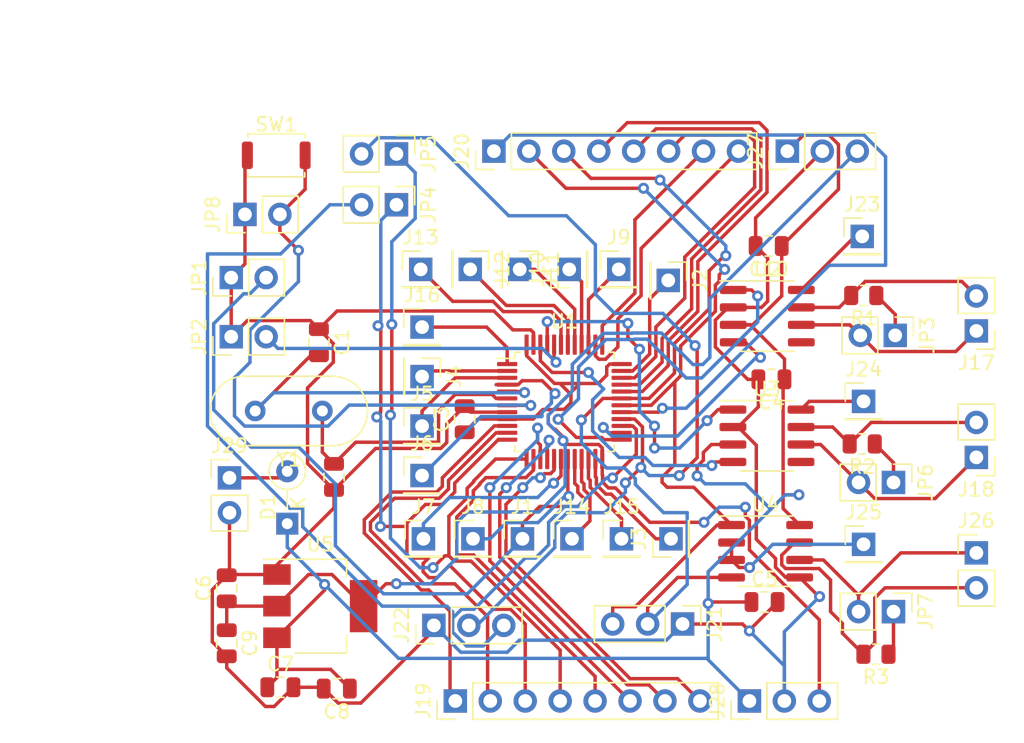
<source format=kicad_pcb>
(kicad_pcb (version 20221018) (generator pcbnew)
  (layers (0 "F.Cu" signal) (31 "B.Cu" signal) (34 "B.Paste" user) (35 "F.Paste" user) (36 "B.SilkS" user "B.Silkscreen") (37 "F.SilkS" user "F.Silkscreen") (38 "B.Mask" user) (39 "F.Mask" user) (44 "Edge.Cuts" user))
  (net 0 "")
  (net 1 "GND")
  (net 2 "/CAN2RX")
  (net 3 "/CAN2TX")
  (net 4 "/CAN1RX")
  (net 5 "/CAN1TX")
  (net 6 "/CAN2STB")
  (net 7 "/CAN1STB")
  (net 8 "/USART2RX")
  (net 9 "/USART2TX")
  (net 10 "/USART1TX")
  (net 11 "/USART1RX")
  (net 12 "/PA2")
  (net 13 "/PA3")
  (net 14 "Net-(J16-Pin_1)")
  (net 15 "Net-(J17-Pin_1)")
  (net 16 "Net-(J18-Pin_1)")
  (net 17 "+3.3V")
  (net 18 "Net-(J17-Pin_2)")
  (net 19 "Net-(J18-Pin_2)")
  (net 20 "Net-(U1-PH1)")
  (net 21 "Net-(U1-PH0)")
  (net 22 "Net-(JP8-B)")
  (net 23 "Net-(JP2-B)")
  (net 24 "Net-(JP3-A)")
  (net 25 "Net-(JP6-A)")
  (net 28 "+5V")
  (net 29 "Net-(D1-A)")
  (net 30 "Net-(J25-Pin_1)")
  (net 31 "Net-(J26-Pin_1)")
  (net 32 "Net-(J26-Pin_2)")
  (net 33 "Net-(JP7-A)")
  (net 34 "/PB2")
  (net 35 "/PH2")
  (net 36 "/PH3")
  (net 37 "/PC13")
  (net 38 "/PC14")
  (net 39 "/PC15")
  (net 40 "/PB0")
  (net 41 "/PB1")
  (net 42 "/PB3")
  (net 43 "/PB4")
  (net 44 "/PB5")
  (net 45 "/PB6")
  (net 46 "/PB7")
  (net 47 "/Pb10")
  (net 48 "/PB11")
  (net 49 "/PA0")
  (net 50 "/PA1")
  (net 51 "/PA4")
  (net 52 "/PA5")
  (net 53 "/PA6")
  (net 54 "/PA7")
  (net 55 "/PA8")
  (net 56 "/PA11")
  (net 57 "/PA12")
  (net 58 "/PA13")
  (net 59 "/PA14")
  (net 60 "/PA15")
  (footprint "Connector_PinHeader_2.54mm:PinHeader_1x01_P2.54mm_Vertical" (layer "F.Cu") (at 94.9 57.5 -90)
    (fp_text reference "J11")
    (fp_text value "PB5")
  )
  (footprint "Capacitor_SMD:C_0805_2012Metric" (layer "F.Cu") (at 80.3 62.8 -90)
    (fp_text reference "C1")
    (fp_text value "22p")
  )
  (footprint "Connector_PinHeader_2.54mm:PinHeader_1x01_P2.54mm_Vertical" (layer "F.Cu") (at 87.8 72.5)
    (fp_text reference "J6")
    (fp_text value "PC15")
  )
  (footprint "Package_TO_SOT_SMD:SOT-223-3_TabPin2" (layer "F.Cu") (at 80.4 82)
    (fp_text reference "U5")
    (fp_text value "AMS1117-3.3")
  )
  (footprint "Resistor_SMD:R_0805_2012Metric" (layer "F.Cu") (at 120.8 85.5 180)
    (fp_text reference "R3")
    (fp_text value "120")
  )
  (footprint "Connector_PinHeader_2.54mm:PinHeader_1x01_P2.54mm_Vertical" (layer "F.Cu") (at 102.1 57.5)
    (fp_text reference "J9")
    (fp_text value "PB3")
  )
  (footprint "Button_Switch_SMD:SW_Push_SPST_NO_Alps_SKRK" (layer "F.Cu") (at 77.2 49.2)
    (fp_text reference "SW1")
    (fp_text value "RESET")
  )
  (footprint "Connector_PinHeader_2.54mm:PinHeader_1x01_P2.54mm_Vertical" (layer "F.Cu") (at 105.7 58.3 -90)
    (fp_text reference "J2")
    (fp_text value "PH2")
  )
  (footprint "Connector_PinHeader_2.54mm:PinHeader_1x01_P2.54mm_Vertical" (layer "F.Cu") (at 98.7 77.1)
    (fp_text reference "J14")
    (fp_text value "PB10")
  )
  (footprint "Connector_PinHeader_2.54mm:PinHeader_1x02_P2.54mm_Vertical" (layer "F.Cu") (at 74.925 53.5 90)
    (fp_text reference "JP8")
    (fp_text value "RESET")
  )
  (footprint "Connector_PinHeader_2.54mm:PinHeader_1x02_P2.54mm_Vertical" (layer "F.Cu") (at 73.925 62.4 90)
    (fp_text reference "JP2")
    (fp_text value "BOOT0")
  )
  (footprint "Connector_PinHeader_2.54mm:PinHeader_1x01_P2.54mm_Vertical" (layer "F.Cu") (at 91.3 57.5 -90)
    (fp_text reference "J12")
    (fp_text value "PB6")
  )
  (footprint "Connector_PinHeader_2.54mm:PinHeader_1x03_P2.54mm_Vertical" (layer "F.Cu") (at 88.66 83.4 90)
    (fp_text reference "J22")
    (fp_text value "USART2")
  )
  (footprint "Connector_PinHeader_2.54mm:PinHeader_1x01_P2.54mm_Vertical" (layer "F.Cu") (at 119.9 67.1)
    (fp_text reference "J24")
    (fp_text value "~")
  )
  (footprint "Connector_PinHeader_2.54mm:PinHeader_1x02_P2.54mm_Vertical" (layer "F.Cu") (at 128.1 78.125)
    (fp_text reference "J26")
    (fp_text value "RS485")
  )
  (footprint "Capacitor_SMD:C_0805_2012Metric" (layer "F.Cu") (at 90.9 68.4 90)
    (fp_text reference "C3")
    (fp_text value "100n")
  )
  (footprint "Connector_PinHeader_2.54mm:PinHeader_1x01_P2.54mm_Vertical" (layer "F.Cu") (at 87.8 61.7)
    (fp_text reference "J16")
    (fp_text value "VBAT")
  )
  (footprint "Connector_PinHeader_2.54mm:PinHeader_1x01_P2.54mm_Vertical" (layer "F.Cu") (at 87.8 65.3 -90)
    (fp_text reference "J4")
    (fp_text value "PC13")
  )
  (footprint "Capacitor_SMD:C_0805_2012Metric" (layer "F.Cu") (at 81.6 88 180)
    (fp_text reference "C8")
    (fp_text value "10u")
  )
  (footprint "Resistor_SMD:R_0805_2012Metric" (layer "F.Cu") (at 119.8 70.2 180)
    (fp_text reference "R2")
    (fp_text value "120")
  )
  (footprint "Connector_PinHeader_2.54mm:PinHeader_1x08_P2.54mm_Vertical" (layer "F.Cu") (at 90.22 88.9 90)
    (fp_text reference "J19")
    (fp_text value "PA0-7")
  )
  (footprint "Capacitor_SMD:C_0805_2012Metric" (layer "F.Cu") (at 113.2 65.5 180)
    (fp_text reference "C4")
    (fp_text value "100n")
  )
  (footprint "Diode_THT:D_DO-35_SOD27_P3.81mm_Vertical_KathodeUp" (layer "F.Cu") (at 78 76 90)
    (fp_text reference "D1")
    (fp_text value "1N4148")
  )
  (footprint "Capacitor_SMD:C_0805_2012Metric" (layer "F.Cu") (at 73.6 80.7 90)
    (fp_text reference "C6")
    (fp_text value "100n")
  )
  (footprint "Connector_PinHeader_2.54mm:PinHeader_1x03_P2.54mm_Vertical" (layer "F.Cu") (at 111.6 88.9 90)
    (fp_text reference "J28")
    (fp_text value "PWR2")
  )
  (footprint "Package_SO:SOIC-8_3.9x4.9mm_P1.27mm" (layer "F.Cu") (at 112.775 78.005)
    (fp_text reference "U4")
    (fp_text value "MAX485E")
  )
  (footprint "Package_SO:SOIC-8_3.9x4.9mm_P1.27mm" (layer "F.Cu") (at 112.9 60.9)
    (fp_text reference "U2")
    (fp_text value "TJA1049T" hide)
  )
  (footprint "Capacitor_SMD:C_0805_2012Metric" (layer "F.Cu") (at 73.6 84.7 -90)
    (fp_text reference "C9")
    (fp_text value "10u")
  )
  (footprint "Connector_PinHeader_2.54mm:PinHeader_1x03_P2.54mm_Vertical" (layer "F.Cu") (at 106.74 83.3 -90)
    (fp_text reference "J21")
    (fp_text value "USART1")
  )
  (footprint "Connector_PinHeader_2.54mm:PinHeader_1x01_P2.54mm_Vertical" (layer "F.Cu") (at 105.9 77.1 90)
    (fp_text reference "J3")
    (fp_text value "PH3")
  )
  (footprint "Connector_PinHeader_2.54mm:PinHeader_1x08_P2.54mm_Vertical" (layer "F.Cu") (at 93.025 48.9 90)
    (fp_text reference "J20")
    (fp_text value "PA8-16")
  )
  (footprint "Connector_PinHeader_2.54mm:PinHeader_1x02_P2.54mm_Vertical" (layer "F.Cu") (at 128.1 71.175 180)
    (fp_text reference "J18")
    (fp_text value "CAN1")
  )
  (footprint "Connector_PinHeader_2.54mm:PinHeader_1x02_P2.54mm_Vertical" (layer "F.Cu") (at 73.925 58.1 90)
    (fp_text reference "JP1")
    (fp_text value "BOOT1")
  )
  (footprint "Connector_PinHeader_2.54mm:PinHeader_1x03_P2.54mm_Vertical" (layer "F.Cu") (at 114.36 48.9 90)
    (fp_text reference "J27")
    (fp_text value "PWR1")
  )
  (footprint "Connector_PinHeader_2.54mm:PinHeader_1x01_P2.54mm_Vertical" (layer "F.Cu") (at 119.8 55.1)
    (fp_text reference "J23")
    (fp_text value "~")
  )
  (footprint "Resistor_SMD:R_0805_2012Metric" (layer "F.Cu") (at 119.9125 59.4 180)
    (fp_text reference "R1")
    (fp_text value "120")
  )
  (footprint "Connector_PinHeader_2.54mm:PinHeader_1x01_P2.54mm_Vertical" (layer "F.Cu") (at 87.9 77.1)
    (fp_text reference "J7")
    (fp_text value "PB0")
  )
  (footprint "Connector_PinHeader_2.54mm:PinHeader_1x01_P2.54mm_Vertical" (layer "F.Cu") (at 95.1 77.1)
    (fp_text reference "J1")
    (fp_text value "PB2")
  )
  (footprint "Connector_PinHeader_2.54mm:PinHeader_1x02_P2.54mm_Vertical" (layer "F.Cu") (at 73.8 72.664315)
    (fp_text reference "J29")
    (fp_text value "POWER")
  )
  (footprint "Connector_PinHeader_2.54mm:PinHeader_1x01_P2.54mm_Vertical" (layer "F.Cu") (at 102.3 77.1)
    (fp_text reference "J15")
    (fp_text value "PB11")
  )
  (footprint "Connector_PinHeader_2.54mm:PinHeader_1x01_P2.54mm_Vertical" (layer "F.Cu") (at 87.8 68.9)
    (fp_text reference "J5")
    (fp_text value "PC14")
  )
  (footprint "Connector_PinHeader_2.54mm:PinHeader_1x01_P2.54mm_Vertical" (layer "F.Cu") (at 119.9 77.5)
    (fp_text reference "J25")
    (fp_text value "~")
  )
  (footprint "Connector_PinHeader_2.54mm:PinHeader_1x02_P2.54mm_Vertical" (layer "F.Cu") (at 122.075 73 -90)
    (fp_text reference "JP6")
    (fp_text value "CAN1R")
  )
  (footprint "Package_QFP:LQFP-48_7x7mm_P0.5mm" (layer "F.Cu") (at 98.15 67.1375)
    (fp_text reference "U1")
    (fp_text value "AT32F435-lqfp48")
  )
  (footprint "Connector_PinHeader_2.54mm:PinHeader_1x01_P2.54mm_Vertical" (layer "F.Cu") (at 87.7 57.5)
    (fp_text reference "J13")
    (fp_text value "PB7")
  )
  (footprint "Capacitor_SMD:C_0805_2012Metric" (layer "F.Cu") (at 77.5 87.9)
    (fp_text reference "C7")
    (fp_text value "100n")
  )
  (footprint "Connector_PinHeader_2.54mm:PinHeader_1x02_P2.54mm_Vertical" (layer "F.Cu") (at 122.075 82.4 -90)
    (fp_text reference "JP7")
    (fp_text value "RS485R")
  )
  (footprint "Connector_PinHeader_2.54mm:PinHeader_1x01_P2.54mm_Vertical" (layer "F.Cu") (at 98.5 57.5 90)
    (fp_text reference "J10")
    (fp_text value "PB4")
  )
  (footprint "Capacitor_SMD:C_0805_2012Metric" (layer "F.Cu") (at 112.7 81.7)
    (fp_text reference "C5")
    (fp_text value "100n")
  )
  (footprint "Capacitor_SMD:C_0805_2012Metric" (layer "F.Cu") (at 81.4 72.6 90)
    (fp_text reference "C2" hide)
    (fp_text value "22p")
  )
  (footprint "Crystal:Crystal_HC49-4H_Vertical" (layer "F.Cu") (at 80.55 67.8 180)
    (fp_text reference "Y1")
    (fp_text value "8.0 MHz")
  )
  (footprint "Connector_PinHeader_2.54mm:PinHeader_1x01_P2.54mm_Vertical" (layer "F.Cu") (at 91.5 77.1)
    (fp_text reference "J8")
    (fp_text value "PB1")
  )
  (footprint "Package_SO:SOIC-8_3.9x4.9mm_P1.27mm" (layer "F.Cu") (at 112.875 69.605)
    (fp_text reference "U3")
    (fp_text value "TJA1049T")
  )
  (footprint "Connector_PinHeader_2.54mm:PinHeader_1x02_P2.54mm_Vertical" (layer "F.Cu") (at 85.94 49.1 -90)
    (fp_text reference "JP5")
    (fp_text value "U2RX")
  )
  (footprint "Capacitor_SMD:C_0805_2012Metric" (layer "F.Cu") (at 113 55.8 180)
    (fp_text reference "C10")
    (fp_text value "100n")
  )
  (footprint "Connector_PinHeader_2.54mm:PinHeader_1x02_P2.54mm_Vertical" (layer "F.Cu") (at 128.1 61.975 180)
    (fp_text reference "J17")
    (fp_text value "CAN2")
  )
  (footprint "Connector_PinHeader_2.54mm:PinHeader_1x02_P2.54mm_Vertical" (layer "F.Cu") (at 122.2 62.3 -90)
    (fp_text reference "JP3")
    (fp_text value "CAN2R")
  )
  (footprint "Connector_PinHeader_2.54mm:PinHeader_1x02_P2.54mm_Vertical" (layer "F.Cu") (at 85.94 52.8 -90)
    (fp_text reference "JP4")
    (fp_text value "U2TX")
  )
  (segment (start 110.048249 60.265) (end 109.125 61.188249) (width 0.25) (layer "F.Cu") (net 1))
  (segment (start 76.411827 89.3) (end 77.05 89.3) (width 0.25) (layer "F.Cu") (net 1))
  (segment (start 78.45 87.9) (end 80.55 87.9) (width 0.25) (layer "F.Cu") (net 1))
  (segment (start 115.25 79.91) (end 114.236853 79.91) (width 0.25) (layer "F.Cu") (net 1))
  (segment (start 79.475 66.125) (end 81.35 64.25) (width 0.25) (layer "F.Cu") (net 1))
  (segment (start 77.25 79) (end 77.25 79.7) (width 0.25) (layer "F.Cu") (net 1))
  (segment (start 80.3 61.85) (end 81.625 60.525) (width 0.25) (layer "F.Cu") (net 1))
  (segment (start 116.64 81.3) (end 115.25 79.91) (width 0.25) (layer "F.Cu") (net 1))
  (segment (start 114.236853 79.91) (end 113.5 79.173147) (width 0.25) (layer "F.Cu") (net 1))
  (segment (start 112.1 77.136751) (end 112.1 70.293249) (width 0.25) (layer "F.Cu") (net 1))
  (segment (start 74.925 57.1) (end 73.925 58.1) (width 0.25) (layer "F.Cu") (net 1))
  (segment (start 112.925 56.675) (end 112.05 55.8) (width 0.25) (layer "F.Cu") (net 1))
  (segment (start 73.6 85.65) (end 73.6 86.488173) (width 0.25) (layer "F.Cu") (net 1))
  (segment (start 81.35 64.25) (end 81.35 62.9) (width 0.25) (layer "F.Cu") (net 1))
  (segment (start 73.6 79.75) (end 73.8 79.55) (width 0.25) (layer "F.Cu") (net 1))
  (segment (start 79.475 71.625) (end 79.475 66.125) (width 0.25) (layer "F.Cu") (net 1))
  (segment (start 111.473249 65.5) (end 112.25 65.5) (width 0.25) (layer "F.Cu") (net 1))
  (segment (start 89.161396 70.525) (end 89.6 70.086396) (width 0.25) (layer "F.Cu") (net 1))
  (segment (start 88.66 83.74) (end 88.66 83.4) (width 0.25) (layer "F.Cu") (net 1))
  (segment (start 77.05 89.3) (end 78.45 87.9) (width 0.25) (layer "F.Cu") (net 1))
  (segment (start 113.5 78.536751) (end 112.1 77.136751) (width 0.25) (layer "F.Cu") (net 1))
  (segment (start 109.125 63.151751) (end 111.473249 65.5) (width 0.25) (layer "F.Cu") (net 1))
  (segment (start 110.776751 68.97) (end 110.4 68.97) (width 0.25) (layer "F.Cu") (net 1))
  (segment (start 116.7 81.3) (end 116.64 81.3) (width 0.25) (layer "F.Cu") (net 1))
  (segment (start 73.925 58.1) (end 73.925 62.4) (width 0.25) (layer "F.Cu") (net 1))
  (segment (start 81.4 73.55) (end 84.425 70.525) (width 0.25) (layer "F.Cu") (net 1))
  (segment (start 110.425 60.265) (end 110.048249 60.265) (width 0.25) (layer "F.Cu") (net 1))
  (segment (start 89.6 68.75) (end 90.9 67.45) (width 0.25) (layer "F.Cu") (net 1))
  (segment (start 80.65 88) (end 81.7 89.05) (width 0.25) (layer "F.Cu") (net 1))
  (segment (start 75.1 49.1) (end 74.925 49.275) (width 0.25) (layer "F.Cu") (net 1))
  (segment (start 111.6 83.8) (end 111.6 83.75) (width 0.25) (layer "F.Cu") (net 1))
  (segment (start 81.4 73.55) (end 81.4 74.85) (width 0.25) (layer "F.Cu") (net 1))
  (segment (start 81.625 60.525) (end 93.025 60.525) (width 0.25) (layer "F.Cu") (net 1))
  (segment (start 90.9 67.45) (end 91.3375 67.8875) (width 0.25) (layer "F.Cu") (net 1))
  (segment (start 110.425 60.265) (end 112.477463 60.265) (width 0.25) (layer "F.Cu") (net 1))
  (segment (start 112.05 53.75) (end 116.9 48.9) (width 0.25) (layer "F.Cu") (net 1))
  (segment (start 74.925 49.275) (end 74.925 53.5) (width 0.25) (layer "F.Cu") (net 1))
  (segment (start 81.4 73.55) (end 79.475 71.625) (width 0.25) (layer "F.Cu") (net 1))
  (segment (start 73.65 79.7) (end 73.6 79.75) (width 0.25) (layer "F.Cu") (net 1))
  (segment (start 112.1 70.293249) (end 110.776751 68.97) (width 0.25) (layer "F.Cu") (net 1))
  (segment (start 89.6 70.086396) (end 89.6 68.75) (width 0.25) (layer "F.Cu") (net 1))
  (segment (start 73.8 79.55) (end 73.8 75.204315) (width 0.25) (layer "F.Cu") (net 1))
  (segment (start 80.55 87.9) (end 80.65 88) (width 0.25) (layer "F.Cu") (net 1))
  (segment (start 112.477463 60.265) (end 112.925 59.817463) (width 0.25) (layer "F.Cu") (net 1))
  (segment (start 95.9 62.1) (end 95.9 62.975) (width 0.25) (layer "F.Cu") (net 1))
  (segment (start 73.6 86.488173) (end 76.411827 89.3) (width 0.25) (layer "F.Cu") (net 1))
  (segment (start 81.7 89.05) (end 83.35 89.05) (width 0.25) (layer "F.Cu") (net 1))
  (segment (start 95.7 61.9) (end 95.9 62.1) (width 0.25) (layer "F.Cu") (net 1))
  (segment (start 72.55 84.6) (end 73.6 85.65) (width 0.25) (layer "F.Cu") (net 1))
  (segment (start 111.1 83.3) (end 106.74 83.3) (width 0.25) (layer "F.Cu") (net 1))
  (segment (start 112.925 59.817463) (end 112.925 56.675) (width 0.25) (layer "F.Cu") (net 1))
  (segment (start 111.6 83.75) (end 113.65 81.7) (width 0.25) (layer "F.Cu") (net 1))
  (segment (start 109.125 61.188249) (end 109.125 63.151751) (width 0.25) (layer "F.Cu") (net 1))
  (segment (start 94.4 61.9) (end 95.7 61.9) (width 0.25) (layer "F.Cu") (net 1))
  (segment (start 75.1 49.2) (end 75.1 49.1) (width 0.25) (layer "F.Cu") (net 1))
  (segment (start 112.25 67.496751) (end 110.776751 68.97) (width 0.25) (layer "F.Cu") (net 1))
  (segment (start 93.025 60.525) (end 94.4 61.9) (width 0.25) (layer "F.Cu") (net 1))
  (segment (start 112.25 65.5) (end 112.25 67.496751) (width 0.25) (layer "F.Cu") (net 1))
  (segment (start 74.925 53.5) (end 74.925 57.1) (width 0.25) (layer "F.Cu") (net 1))
  (segment (start 72.55 80.8) (end 72.55 84.6) (width 0.25) (layer "F.Cu") (net 1))
  (segment (start 113.5 79.173147) (end 113.5 78.536751) (width 0.25) (layer "F.Cu") (net 1))
  (segment (start 84.425 70.525) (end 89.161396 70.525) (width 0.25) (layer "F.Cu") (net 1))
  (segment (start 81.35 62.9) (end 80.3 61.85) (width 0.25) (layer "F.Cu") (net 1))
  (segment (start 73.6 79.75) (end 72.55 80.8) (width 0.25) (layer "F.Cu") (net 1))
  (segment (start 111.6 83.8) (end 111.1 83.3) (width 0.25) (layer "F.Cu") (net 1))
  (segment (start 77.25 79.7) (end 73.65 79.7) (width 0.25) (layer "F.Cu") (net 1))
  (segment (start 75.1 61.225) (end 79.675 61.225) (width 0.25) (layer "F.Cu") (net 1))
  (segment (start 112.05 55.8) (end 112.05 53.75) (width 0.25) (layer "F.Cu") (net 1))
  (segment (start 83.35 89.05) (end 88.66 83.74) (width 0.25) (layer "F.Cu") (net 1))
  (segment (start 81.4 74.85) (end 77.25 79) (width 0.25) (layer "F.Cu") (net 1))
  (segment (start 79.675 61.225) (end 80.3 61.85) (width 0.25) (layer "F.Cu") (net 1))
  (segment (start 73.925 62.4) (end 75.1 61.225) (width 0.25) (layer "F.Cu") (net 1))
  (segment (start 91.3375 67.8875) (end 93.9875 67.8875) (width 0.25) (layer "F.Cu") (net 1))
  (via (at 111.6 83.8) (size 0.8) (drill 0.4) (layers "F.Cu" "B.Cu") (net 1))
  (via (at 116.7 81.3) (size 0.8) (drill 0.4) (layers "F.Cu" "B.Cu") (net 1))
  (segment (start 106.74 83.3) (end 105.565 84.475) (width 0.25) (layer "B.Cu") (net 1))
  (segment (start 105.565 84.475) (end 94.875 84.475) (width 0.25) (layer "B.Cu") (net 1))
  (segment (start 114.14 88.9) (end 114.14 88.96) (width 0.25) (layer "B.Cu") (net 1))
  (segment (start 94.875 84.475) (end 94 85.35) (width 0.25) (layer "B.Cu") (net 1))
  (segment (start 114.14 88.9) (end 114.14 83.86) (width 0.25) (layer "B.Cu") (net 1))
  (segment (start 114.14 86.34) (end 111.6 83.8) (width 0.25) (layer "B.Cu") (net 1))
  (segment (start 114.14 88.96) (end 114.14 86.34) (width 0.25) (layer "B.Cu") (net 1))
  (segment (start 94 85.35) (end 90.61 85.35) (width 0.25) (layer "B.Cu") (net 1))
  (segment (start 90.61 85.35) (end 88.66 83.4) (width 0.25) (layer "B.Cu") (net 1))
  (segment (start 114.14 83.86) (end 116.7 81.3) (width 0.25) (layer "B.Cu") (net 1))
  (segment (start 110.425 58.995) (end 111.755786 58.995) (width 0.25) (layer "F.Cu") (net 2))
  (segment (start 102.3125 69.8875) (end 101.011396 69.8875) (width 0.25) (layer "F.Cu") (net 2))
  (segment (start 111.755786 58.995) (end 112.2 59.439214) (width 0.25) (layer "F.Cu") (net 2))
  (segment (start 100.850245 69.726349) (end 99.015076 69.726349) (width 0.25) (layer "F.Cu") (net 2))
  (segment (start 99.015076 69.726349) (end 97.693885 68.405158) (width 0.25) (layer "F.Cu") (net 2))
  (segment (start 101.011396 69.8875) (end 100.850245 69.726349) (width 0.25) (layer "F.Cu") (net 2))
  (via (at 97.693885 68.405158) (size 0.8) (drill 0.4) (layers "F.Cu" "B.Cu") (net 2))
  (via (at 112.2 59.439214) (size 0.8) (drill 0.4) (layers "F.Cu" "B.Cu") (net 2))
  (segment (start 99.175 66.924043) (end 97.693885 68.405158) (width 0.25) (layer "B.Cu") (net 2))
  (segment (start 103.273954 62.575) (end 103.248954 62.6) (width 0.25) (layer "B.Cu") (net 2))
  (segment (start 99.175 64.599695) (end 99.175 66.924043) (width 0.25) (layer "B.Cu") (net 2))
  (segment (start 103.248954 62.6) (end 101.174695 62.6) (width 0.25) (layer "B.Cu") (net 2))
  (segment (start 104.175 62.575) (end 103.273954 62.575) (width 0.25) (layer "B.Cu") (net 2))
  (segment (start 112.2 59.439214) (end 112.2 61.330851) (width 0.25) (layer "B.Cu") (net 2))
  (segment (start 101.174695 62.6) (end 99.175 64.599695) (width 0.25) (layer "B.Cu") (net 2))
  (segment (start 108.130851 65.4) (end 107 65.4) (width 0.25) (layer "B.Cu") (net 2))
  (segment (start 112.2 61.330851) (end 108.130851 65.4) (width 0.25) (layer "B.Cu") (net 2))
  (segment (start 107 65.4) (end 104.175 62.575) (width 0.25) (layer "B.Cu") (net 2))
  (segment (start 101.36277 69.3875) (end 100.976619 69.001349) (width 0.25) (layer "F.Cu") (net 3))
  (segment (start 111.305 62.805) (end 112.4 63.9) (width 0.25) (layer "F.Cu") (net 3))
  (segment (start 110.425 62.805) (end 111.305 62.805) (width 0.25) (layer "F.Cu") (net 3))
  (segment (start 102.3125 69.3875) (end 101.36277 69.3875) (width 0.25) (layer "F.Cu") (net 3))
  (via (at 100.976619 69.001349) (size 0.8) (drill 0.4) (layers "F.Cu" "B.Cu") (net 3))
  (via (at 112.4 63.9) (size 0.8) (drill 0.4) (layers "F.Cu" "B.Cu") (net 3))
  (segment (start 112.1 63.9) (end 112.4 63.9) (width 0.25) (layer "B.Cu") (net 3))
  (segment (start 106.375 69.625) (end 112.1 63.9) (width 0.25) (layer "B.Cu") (net 3))
  (segment (start 100.976619 69.001349) (end 101.60027 69.625) (width 0.25) (layer "B.Cu") (net 3))
  (segment (start 101.60027 69.625) (end 106.375 69.625) (width 0.25) (layer "B.Cu") (net 3))
  (segment (start 110.4 67.7) (end 109.327158 67.7) (width 0.25) (layer "F.Cu") (net 4))
  (segment (start 103.606326 63.306326) (end 102.762253 62.462253) (width 0.25) (layer "F.Cu") (net 4))
  (segment (start 109.327158 67.7) (end 108.525 68.502158) (width 0.25) (layer "F.Cu") (net 4))
  (segment (start 102.762253 62.462253) (end 102.762253 61.425) (width 0.25) (layer "F.Cu") (net 4))
  (segment (start 104.7 68.9) (end 104.7 70.5) (width 0.25) (layer "F.Cu") (net 4))
  (segment (start 96.9 62.975) (end 96.9 61.3) (width 0.25) (layer "F.Cu") (net 4))
  (via (at 103.606326 63.306326) (size 0.8) (drill 0.4) (layers "F.Cu" "B.Cu") (net 4))
  (via (at 104.7 68.9) (size 0.8) (drill 0.4) (layers "F.Cu" "B.Cu") (net 4))
  (via (at 108.525 68.502158) (size 0.8) (drill 0.4) (layers "F.Cu" "B.Cu") (net 4))
  (via (at 104.7 70.5) (size 0.8) (drill 0.4) (layers "F.Cu" "B.Cu") (net 4))
  (via (at 96.9 61.3) (size 0.8) (drill 0.4) (layers "F.Cu" "B.Cu") (net 4))
  (via (at 102.762253 61.425) (size 0.8) (drill 0.4) (layers "F.Cu" "B.Cu") (net 4))
  (segment (start 102.637253 61.3) (end 102.762253 61.425) (width 0.25) (layer "B.Cu") (net 4))
  (segment (start 106.527158 70.5) (end 108.525 68.502158) (width 0.25) (layer "B.Cu") (net 4))
  (segment (start 103.6 63.312652) (end 103.606326 63.306326) (width 0.25) (layer "B.Cu") (net 4))
  (segment (start 96.9 61.3) (end 102.637253 61.3) (width 0.25) (layer "B.Cu") (net 4))
  (segment (start 103.6 67.8) (end 103.6 63.312652) (width 0.25) (layer "B.Cu") (net 4))
  (segment (start 104.7 68.9) (end 103.6 67.8) (width 0.25) (layer "B.Cu") (net 4))
  (segment (start 104.7 70.5) (end 106.527158 70.5) (width 0.25) (layer "B.Cu") (net 4))
  (segment (start 96.4 64.138299) (end 96.4 62.975) (width 0.25) (layer "F.Cu") (net 5))
  (segment (start 99.9 65) (end 97.261701 65) (width 0.25) (layer "F.Cu") (net 5))
  (segment (start 97.261701 65) (end 96.4 64.138299) (width 0.25) (layer "F.Cu") (net 5))
  (segment (start 109.124353 71.51) (end 108.866595 71.767758) (width 0.25) (layer "F.Cu") (net 5))
  (segment (start 110.4 71.51) (end 109.124353 71.51) (width 0.25) (layer "F.Cu") (net 5))
  (via (at 99.9 65) (size 0.8) (drill 0.4) (layers "F.Cu" "B.Cu") (net 5))
  (via (at 108.866595 71.767758) (size 0.8) (drill 0.4) (layers "F.Cu" "B.Cu") (net 5))
  (segment (start 104.008031 71.182726) (end 104.593063 71.767758) (width 0.25) (layer "B.Cu") (net 5))
  (segment (start 99.9 65.1) (end 101 66.2) (width 0.25) (layer "B.Cu") (net 5))
  (segment (start 100.2 67) (end 100.2 69.250035) (width 0.25) (layer "B.Cu") (net 5))
  (segment (start 99.9 65) (end 99.9 65.1) (width 0.25) (layer "B.Cu") (net 5))
  (segment (start 101 66.2) (end 100.2 67) (width 0.25) (layer "B.Cu") (net 5))
  (segment (start 104.593063 71.767758) (end 108.866595 71.767758) (width 0.25) (layer "B.Cu") (net 5))
  (segment (start 102.132691 71.182726) (end 104.008031 71.182726) (width 0.25) (layer "B.Cu") (net 5))
  (segment (start 100.2 69.250035) (end 102.132691 71.182726) (width 0.25) (layer "B.Cu") (net 5))
  (segment (start 119.8 55.1) (end 119.27 55.1) (width 0.25) (layer "F.Cu") (net 6))
  (segment (start 119.27 55.1) (end 115.375 58.995) (width 0.25) (layer "F.Cu") (net 6))
  (segment (start 115.95 67.1) (end 119.9 67.1) (width 0.25) (layer "F.Cu") (net 7))
  (segment (start 115.35 67.7) (end 115.95 67.1) (width 0.25) (layer "F.Cu") (net 7))
  (segment (start 106.5 72.5) (end 107.8 71.2) (width 0.25) (layer "F.Cu") (net 8))
  (segment (start 107.8 63.2) (end 107.651079 63.051079) (width 0.25) (layer "F.Cu") (net 8))
  (segment (start 107.8 71.2) (end 107.8 63.2) (width 0.25) (layer "F.Cu") (net 8))
  (segment (start 103.252081 68.3875) (end 103.825 68.960419) (width 0.25) (layer "F.Cu") (net 8))
  (segment (start 103.825 68.960419) (end 103.825 71.790451) (width 0.25) (layer "F.Cu") (net 8))
  (segment (start 103.825 71.790451) (end 102.58242 73.033031) (width 0.25) (layer "F.Cu") (net 8))
  (segment (start 102.3125 68.3875) (end 103.252081 68.3875) (width 0.25) (layer "F.Cu") (net 8))
  (via (at 103.707726 71.907726) (size 0.8) (drill 0.4) (layers "F.Cu" "B.Cu") (net 8))
  (via (at 102.58242 73.033031) (size 0.8) (drill 0.4) (layers "F.Cu" "B.Cu") (net 8))
  (via (at 106.5 72.5) (size 0.8) (drill 0.4) (layers "F.Cu" "B.Cu") (net 8))
  (via (at 107.651079 63.051079) (size 0.8) (drill 0.4) (layers "F.Cu" "B.Cu") (net 8))
  (segment (start 84.575 47.925) (end 88.425 47.925) (width 0.25) (layer "B.Cu") (net 8))
  (segment (start 100.4 59.3) (end 101.8 60.7) (width 0.25) (layer "B.Cu") (net 8))
  (segment (start 104.3 72.5) (end 103.707726 71.907726) (width 0.25) (layer "B.Cu") (net 8))
  (segment (start 105.3 60.7) (end 107.651079 63.051079) (width 0.25) (layer "B.Cu") (net 8))
  (segment (start 106.5 72.5) (end 105.3 72.5) (width 0.25) (layer "B.Cu") (net 8))
  (segment (start 102.58242 73.71758) (end 102.58242 73.033031) (width 0.25) (layer "B.Cu") (net 8))
  (segment (start 91.786396 83.4) (end 97.45 77.736396) (width 0.25) (layer "B.Cu") (net 8))
  (segment (start 98.343852 75.199356) (end 101.100644 75.199356) (width 0.25) (layer "B.Cu") (net 8))
  (segment (start 98.3 53.6) (end 100.4 55.7) (width 0.25) (layer "B.Cu") (net 8))
  (segment (start 101.100644 75.199356) (end 102.58242 73.71758) (width 0.25) (layer "B.Cu") (net 8))
  (segment (start 97.45 77.736396) (end 97.45 76.093208) (width 0.25) (layer "B.Cu") (net 8))
  (segment (start 101.8 60.7) (end 105.3 60.7) (width 0.25) (layer "B.Cu") (net 8))
  (segment (start 97.45 76.093208) (end 98.343852 75.199356) (width 0.25) (layer "B.Cu") (net 8))
  (segment (start 105.3 72.5) (end 104.3 72.5) (width 0.25) (layer "B.Cu") (net 8))
  (segment (start 88.425 47.925) (end 94.1 53.6) (width 0.25) (layer "B.Cu") (net 8))
  (segment (start 83.4 49.1) (end 84.575 47.925) (width 0.25) (layer "B.Cu") (net 8))
  (segment (start 100.4 55.7) (end 100.4 59.3) (width 0.25) (layer "B.Cu") (net 8))
  (segment (start 94.1 53.6) (end 98.3 53.6) (width 0.25) (layer "B.Cu") (net 8))
  (segment (start 91.2 83.4) (end 91.786396 83.4) (width 0.25) (layer "B.Cu") (net 8))
  (segment (start 103.115685 68.8875) (end 103.375 69.146815) (width 0.25) (layer "F.Cu") (net 9))
  (segment (start 102.3125 68.8875) (end 103.115685 68.8875) (width 0.25) (layer "F.Cu") (net 9))
  (segment (start 103.375 69.146815) (end 103.375 70.949395) (width 0.25) (layer "F.Cu") (net 9))
  (segment (start 103.375 70.949395) (end 101.649395 72.675) (width 0.25) (layer "F.Cu") (net 9))
  (via (at 101.649395 72.675) (size 0.8) (drill 0.4) (layers "F.Cu" "B.Cu") (net 9))
  (segment (start 77.525305 56.374695) (end 81.1 52.8) (width 0.25) (layer "B.Cu") (net 9))
  (segment (start 99.130858 74.749356) (end 101.205214 72.675) (width 0.25) (layer "B.Cu") (net 9))
  (segment (start 98.150644 74.749356) (end 99.130858 74.749356) (width 0.25) (layer "B.Cu") (net 9))
  (segment (start 90.025 82.875) (end 90.675 82.225) (width 0.25) (layer "B.Cu") (net 9))
  (segment (start 90.025 82.875) (end 90.025 82.415) (width 0.25) (layer "B.Cu") (net 9))
  (segment (start 91.575 82.225) (end 95.3 78.5) (width 0.25) (layer "B.Cu") (net 9))
  (segment (start 97 77.55) (end 97 75.9) (width 0.25) (layer "B.Cu") (net 9))
  (segment (start 101.205214 72.675) (end 101.649395 72.675) (width 0.25) (layer "B.Cu") (net 9))
  (segment (start 97 75.9) (end 98.150644 74.749356) (width 0.25) (layer "B.Cu") (net 9))
  (segment (start 72.2 56.374695) (end 77.525305 56.374695) (width 0.25) (layer "B.Cu") (net 9))
  (segment (start 78.175 74.875) (end 72.2 68.9) (width 0.25) (layer "B.Cu") (net 9))
  (segment (start 72.2 68.9) (end 72.2 56.374695) (width 0.25) (layer "B.Cu") (net 9))
  (segment (start 79.125 74.875) (end 78.175 74.875) (width 0.25) (layer "B.Cu") (net 9))
  (segment (start 95.3 78.5) (end 96.05 78.5) (width 0.25) (layer "B.Cu") (net 9))
  (segment (start 93.74 83.4) (end 92.24 84.9) (width 0.25) (layer "B.Cu") (net 9))
  (segment (start 96.05 78.5) (end 97 77.55) (width 0.25) (layer "B.Cu") (net 9))
  (segment (start 81.1 52.8) (end 83.4 52.8) (width 0.25) (layer "B.Cu") (net 9))
  (segment (start 84.9 82) (end 79.125 76.225) (width 0.25) (layer "B.Cu") (net 9))
  (segment (start 92.24 84.9) (end 91.038299 84.9) (width 0.25) (layer "B.Cu") (net 9))
  (segment (start 90.025 83.886701) (end 90.025 82.875) (width 0.25) (layer "B.Cu") (net 9))
  (segment (start 91.038299 84.9) (end 90.025 83.886701) (width 0.25) (layer "B.Cu") (net 9))
  (segment (start 90.025 82.415) (end 89.61 82) (width 0.25) (layer "B.Cu") (net 9))
  (segment (start 90.675 82.225) (end 91.575 82.225) (width 0.25) (layer "B.Cu") (net 9))
  (segment (start 89.61 82) (end 84.9 82) (width 0.25) (layer "B.Cu") (net 9))
  (segment (start 79.125 76.225) (end 79.125 74.875) (width 0.25) (layer "B.Cu") (net 9))
  (segment (start 110.3 76.1) (end 107.55 73.35) (width 0.25) (layer "F.Cu") (net 10))
  (segment (start 103.31 82.04) (end 109.25 76.1) (width 0.25) (layer "F.Cu") (net 10))
  (segment (start 101.66 83.3) (end 101.66 82.04) (width 0.25) (layer "F.Cu") (net 10))
  (segment (start 106.6 63.076853) (end 106.6 65.249695) (width 0.25) (layer "F.Cu") (net 10))
  (segment (start 105.25 72.613604) (end 106.174847 71.688757) (width 0.25) (layer "F.Cu") (net 10))
  (segment (start 107.55 73.35) (end 105.613604 73.35) (width 0.25) (layer "F.Cu") (net 10))
  (segment (start 106.6 65.249695) (end 106.174847 65.674847) (width 0.25) (layer "F.Cu") (net 10))
  (segment (start 105.613604 73.35) (end 105.25 72.986396) (width 0.25) (layer "F.Cu") (net 10))
  (segment (start 101.66 82.04) (end 103.31 82.04) (width 0.25) (layer "F.Cu") (net 10))
  (segment (start 98.265 51.6) (end 103.9 51.6) (width 0.25) (layer "F.Cu") (net 10))
  (segment (start 105.25 72.986396) (end 105.25 72.613604) (width 0.25) (layer "F.Cu") (net 10))
  (segment (start 109.125 58.648249) (end 109.125 60.551853) (width 0.25) (layer "F.Cu") (net 10))
  (segment (start 109.8 57.5) (end 109.403249 57.896751) (width 0.25) (layer "F.Cu") (net 10))
  (segment (start 106.174847 71.688757) (end 106.174847 65.674847) (width 0.25) (layer "F.Cu") (net 10))
  (segment (start 104.462195 67.3875) (end 102.3125 67.3875) (width 0.25) (layer "F.Cu") (net 10))
  (segment (start 109.403249 57.896751) (end 109.403249 58.37) (width 0.25) (layer "F.Cu") (net 10))
  (segment (start 109.25 76.1) (end 110.3 76.1) (width 0.25) (layer "F.Cu") (net 10))
  (segment (start 109.403249 58.37) (end 109.125 58.648249) (width 0.25) (layer "F.Cu") (net 10))
  (segment (start 109.125 60.551853) (end 106.6 63.076853) (width 0.25) (layer "F.Cu") (net 10))
  (segment (start 106.174847 65.674847) (end 104.462195 67.3875) (width 0.25) (layer "F.Cu") (net 10))
  (segment (start 95.565 48.9) (end 98.265 51.6) (width 0.25) (layer "F.Cu") (net 10))
  (via (at 109.8 57.5) (size 0.8) (drill 0.4) (layers "F.Cu" "B.Cu") (net 10))
  (via (at 103.9 51.6) (size 0.8) (drill 0.4) (layers "F.Cu" "B.Cu") (net 10))
  (segment (start 103.9 51.6) (end 109.8 57.5) (width 0.25) (layer "B.Cu") (net 10))
  (segment (start 102.3125 66.8875) (end 100.949262 66.8875) (width 0.25) (layer "F.Cu") (net 11))
  (segment (start 104.2 83.3) (end 104.2 82.097919) (width 0.25) (layer "F.Cu") (net 11))
  (segment (start 100.08 50.875) (end 104.975 50.875) (width 0.25) (layer "F.Cu") (net 11))
  (segment (start 106.387919 79.91) (end 110.3 79.91) (width 0.25) (layer "F.Cu") (net 11))
  (segment (start 100.949262 66.8875) (end 99.381034 68.455728) (width 0.25) (layer "F.Cu") (net 11))
  (segment (start 106.15 65.05) (end 106.15 62.890457) (width 0.25) (layer "F.Cu") (net 11))
  (segment (start 108.675 57.599695) (end 109.771194 56.503501) (width 0.25) (layer "F.Cu") (net 11))
  (segment (start 102.3125 66.8875) (end 104.3125 66.8875) (width 0.25) (layer "F.Cu") (net 11))
  (segment (start 104.3125 66.8875) (end 106.15 65.05) (width 0.25) (layer "F.Cu") (net 11))
  (segment (start 104.975 50.875) (end 105.1 51) (width 0.25) (layer "F.Cu") (net 11))
  (segment (start 98.105 48.9) (end 100.08 50.875) (width 0.25) (layer "F.Cu") (net 11))
  (segment (start 109.771194 56.503501) (end 109.883634 56.503501) (width 0.25) (layer "F.Cu") (net 11))
  (segment (start 108.675 60.365457) (end 108.675 57.599695) (width 0.25) (layer "F.Cu") (net 11))
  (segment (start 106.15 62.890457) (end 108.675 60.365457) (width 0.25) (layer "F.Cu") (net 11))
  (segment (start 104.2 82.097919) (end 106.387919 79.91) (width 0.25) (layer "F.Cu") (net 11))
  (via (at 109.883634 56.503501) (size 0.8) (drill 0.4) (layers "F.Cu" "B.Cu") (net 11))
  (via (at 99.381034 68.455728) (size 0.8) (drill 0.4) (layers "F.Cu" "B.Cu") (net 11))
  (via (at 105.1 51) (size 0.8) (drill 0.4) (layers "F.Cu" "B.Cu") (net 11))
  (segment (start 104.2 83.3) (end 107.075 80.425) (width 0.25) (layer "B.Cu") (net 11))
  (segment (start 103.307421 72.732726) (end 102.524695 71.95) (width 0.25) (layer "B.Cu") (net 11))
  (segment (start 105.1 51) (end 109.883634 55.783634) (width 0.25) (layer "B.Cu") (net 11))
  (segment (start 102.524695 71.95) (end 101.213604 71.95) (width 0.25) (layer "B.Cu") (net 11))
  (segment (start 101.213604 71.95) (end 99.381034 70.11743) (width 0.25) (layer "B.Cu") (net 11))
  (segment (start 107.075 75.2) (end 105.363604 75.2) (width 0.25) (layer "B.Cu") (net 11))
  (segment (start 105.363604 75.2) (end 103.307421 73.143817) (width 0.25) (layer "B.Cu") (net 11))
  (segment (start 99.381034 70.11743) (end 99.381034 68.455728) (width 0.25) (layer "B.Cu") (net 11))
  (segment (start 107.075 80.425) (end 107.075 75.2) (width 0.25) (layer "B.Cu") (net 11))
  (segment (start 109.883634 55.783634) (end 109.883634 56.503501) (width 0.25) (layer "B.Cu") (net 11))
  (segment (start 103.307421 73.143817) (end 103.307421 72.732726) (width 0.25) (layer "B.Cu") (net 11))
  (segment (start 93.002208 82.225) (end 89.801256 79.024048) (width 0.25) (layer "F.Cu") (net 12))
  (segment (start 95.3 83.298299) (end 94.226701 82.225) (width 0.25) (layer "F.Cu") (net 12))
  (segment (start 84.6 61.6) (end 84.8 61.8) (width 0.25) (layer "F.Cu") (net 12))
  (segment (start 89.801256 79.024048) (end 88.900305 79.925) (width 0.25) (layer "F.Cu") (net 12))
  (segment (start 88.274695 78.5) (end 86.95 78.5) (width 0.25) (layer "F.Cu") (net 12))
  (segment (start 95.3 88.9) (end 95.3 83.298299) (width 0.25) (layer "F.Cu") (net 12))
  (segment (start 93.341611 69.8875) (end 93.9875 69.8875) (width 0.25) (layer "F.Cu") (net 12))
  (segment (start 87.875 78.899695) (end 88.274695 78.5) (width 0.25) (layer "F.Cu") (net 12))
  (segment (start 86.95 78.5) (end 86.7 78.25) (width 0.25) (layer "F.Cu") (net 12))
  (segment (start 88.05 74.6) (end 89.275 74.6) (width 0.25) (layer "F.Cu") (net 12))
  (segment (start 86.7 76.2) (end 86.7 75.95) (width 0.25) (layer "F.Cu") (net 12))
  (segment (start 84.8 61.8) (end 84.8 67.774695) (width 0.25) (layer "F.Cu") (net 12))
  (segment (start 86.7 78.25) (end 86.7 76.2) (width 0.25) (layer "F.Cu") (net 12))
  (segment (start 86.7 76.2) (end 84.775 76.2) (width 0.25) (layer "F.Cu") (net 12))
  (segment (start 88.299695 79.925) (end 87.875 79.500305) (width 0.25) (layer "F.Cu") (net 12))
  (segment (start 88.900305 79.925) (end 88.299695 79.925) (width 0.25) (layer "F.Cu") (net 12))
  (segment (start 84.775 67.971015) (end 84.509377 68.236638) (width 0.25) (layer "F.Cu") (net 12))
  (segment (start 89.275 74.6) (end 90.175 73.7) (width 0.25) (layer "F.Cu") (net 12))
  (segment (start 84.8 67.774695) (end 84.775 67.799695) (width 0.25) (layer "F.Cu") (net 12))
  (segment (start 86.7 75.95) (end 88.05 74.6) (width 0.25) (layer "F.Cu") (net 12))
  (segment (start 94.226701 82.225) (end 93.002208 82.225) (width 0.25) (layer "F.Cu") (net 12))
  (segment (start 87.875 79.500305) (end 87.875 78.899695) (width 0.25) (layer "F.Cu") (net 12))
  (segment (start 90.175 73.7) (end 90.175 73.054111) (width 0.25) (layer "F.Cu") (net 12))
  (segment (start 90.175 73.054111) (end 93.341611 69.8875) (width 0.25) (layer "F.Cu") (net 12))
  (segment (start 84.775 67.799695) (end 84.775 67.971015) (width 0.25) (layer "F.Cu") (net 12))
  (via (at 84.509377 68.236638) (size 0.8) (drill 0.4) (layers "F.Cu" "B.Cu") (net 12))
  (via (at 84.6 61.6) (size 0.8) (drill 0.4) (layers "F.Cu" "B.Cu") (net 12))
  (via (at 84.775 76.2) (size 0.8) (drill 0.4) (layers "F.Cu" "B.Cu") (net 12))
  (segment (start 84.8 53.94) (end 85.94 52.8) (width 0.25) (layer "B.Cu") (net 12))
  (segment (start 84.6 61.6) (end 84.8 61.4) (width 0.25) (layer "B.Cu") (net 12))
  (segment (start 84.8 76.175) (end 84.8 68.527261) (width 0.25) (layer "B.Cu") (net 12))
  (segment (start 84.775 76.2) (end 84.8 76.175) (width 0.25) (layer "B.Cu") (net 12))
  (segment (start 84.8 61.4) (end 84.8 53.94) (width 0.25) (layer "B.Cu") (net 12))
  (segment (start 84.8 68.527261) (end 84.509377 68.236638) (width 0.25) (layer "B.Cu") (net 12))
  (segment (start 91.363097 78.725) (end 90.138604 78.725) (width 0.25) (layer "F.Cu") (net 13))
  (segment (start 97.84 85.201903) (end 91.363097 78.725) (width 0.25) (layer "F.Cu") (net 13))
  (segment (start 91.554265 72.947638) (end 91.554265 72.888299) (width 0.25) (layer "F.Cu") (net 13))
  (segment (start 91.554265 72.888299) (end 93.142564 71.3) (width 0.25) (layer "F.Cu") (net 13))
  (segment (start 90.138604 78.725) (end 89.75 78.336396) (width 0.25) (layer "F.Cu") (net 13))
  (segment (start 93.142564 71.3) (end 95.4 71.3) (width 0.25) (layer "F.Cu") (net 13))
  (segment (start 97.84 88.9) (end 97.84 85.201903) (width 0.25) (layer "F.Cu") (net 13))
  (segment (start 89.75 75.451903) (end 91.075 74.126903) (width 0.25) (layer "F.Cu") (net 13))
  (segment (start 85.6 68) (end 85.6 61.5) (width 0.25) (layer "F.Cu") (net 13))
  (segment (start 89.75 78.336396) (end 89.463604 78.336396) (width 0.25) (layer "F.Cu") (net 13))
  (segment (start 89.463604 78.336396) (end 88.6 79.2) (width 0.25) (layer "F.Cu") (net 13))
  (segment (start 85.5 68.1) (end 85.6 68) (width 0.25) (layer "F.Cu") (net 13))
  (segment (start 89.75 78.336396) (end 89.75 75.451903) (width 0.25) (layer "F.Cu") (net 13))
  (segment (start 91.075 74.126903) (end 91.075 73.426903) (width 0.25) (layer "F.Cu") (net 13))
  (segment (start 91.075 73.426903) (end 91.554265 72.947638) (width 0.25) (layer "F.Cu") (net 13))
  (via (at 85.5 68.1) (size 0.8) (drill 0.4) (layers "F.Cu" "B.Cu") (net 13))
  (via (at 88.6 79.2) (size 0.8) (drill 0.4) (layers "F.Cu" "B.Cu") (net 13))
  (via (at 85.6 61.5) (size 0.8) (drill 0.4) (layers "F.Cu" "B.Cu") (net 13))
  (segment (start 88.6 79.2) (end 87.65 79.2) (width 0.25) (layer "B.Cu") (net 13))
  (segment (start 87.3 53.79) (end 87.3 50.46) (width 0.25) (layer "B.Cu") (net 13))
  (segment (start 87.3 50.46) (end 85.94 49.1) (width 0.25) (layer "B.Cu") (net 13))
  (segment (start 85.5 77.05) (end 85.5 68.1) (width 0.25) (layer "B.Cu") (net 13))
  (segment (start 85.6 55.49) (end 87.3 53.79) (width 0.25) (layer "B.Cu") (net 13))
  (segment (start 85.6 61.5) (end 85.6 55.49) (width 0.25) (layer "B.Cu") (net 13))
  (segment (start 87.65 79.2) (end 85.5 77.05) (width 0.25) (layer "B.Cu") (net 13))
  (segment (start 93.9875 63.199327) (end 93.9875 64.3875) (width 0.25) (layer "F.Cu") (net 14))
  (segment (start 92.488173 61.7) (end 93.9875 63.199327) (width 0.25) (layer "F.Cu") (net 14))
  (segment (start 87.8 61.7) (end 92.488173 61.7) (width 0.25) (layer "F.Cu") (net 14))
  (segment (start 126.6 63.475) (end 120.835 63.475) (width 0.25) (layer "F.Cu") (net 15))
  (segment (start 120.835 63.475) (end 119.66 62.3) (width 0.25) (layer "F.Cu") (net 15))
  (segment (start 119.66 62.3) (end 118.895 61.535) (width 0.25) (layer "F.Cu") (net 15))
  (segment (start 118.895 61.535) (end 115.375 61.535) (width 0.25) (layer "F.Cu") (net 15))
  (segment (start 128.1 61.975) (end 126.6 63.475) (width 0.25) (layer "F.Cu") (net 15))
  (segment (start 119.535 73) (end 120.71 74.175) (width 0.25) (layer "F.Cu") (net 16))
  (segment (start 125.1 74.175) (end 128.1 71.175) (width 0.25) (layer "F.Cu") (net 16))
  (segment (start 115.35 70.24) (end 116.775 70.24) (width 0.25) (layer "F.Cu") (net 16))
  (segment (start 116.775 70.24) (end 119.535 73) (width 0.25) (layer "F.Cu") (net 16))
  (segment (start 120.71 74.175) (end 125.1 74.175) (width 0.25) (layer "F.Cu") (net 16))
  (segment (start 100.9 71.3) (end 100.9 70.496815) (width 0.25) (layer "F.Cu") (net 17))
  (segment (start 101.34909 73.4) (end 100.924395 72.975305) (width 0.25) (layer "F.Cu") (net 17))
  (segment (start 85.180851 80.369149) (end 85.930851 80.369149) (width 0.25) (layer "F.Cu") (net 17))
  (segment (start 116.68 82.989543) (end 111.6 77.909543) (width 0.25) (layer "F.Cu") (net 17))
  (segment (start 97.39358 67.680158) (end 97.372942 67.700796) (width 0.25) (layer "F.Cu") (net 17))
  (segment (start 91.8625 68.3875) (end 93.9875 68.3875) (width 0.25) (layer "F.Cu") (net 17))
  (segment (start 98.323487 70.2375) (end 98.05116 69.965173) (width 0.25) (layer "F.Cu") (net 17))
  (segment (start 111.6 77.909543) (end 111.6 75.753249) (width 0.25) (layer "F.Cu") (net 17))
  (segment (start 98.145147 67.680158) (end 97.39358 67.680158) (width 0.25) (layer "F.Cu") (net 17))
  (segment (start 95.846815 64.225) (end 95.4 63.778185) (width 0.25) (layer "F.Cu") (net 17))
  (segment (start 77.25 82) (end 73.95 82) (width 0.25) (layer "F.Cu") (net 17))
  (segment (start 100.924395 72.466858) (end 100.9 72.442463) (width 0.25) (layer "F.Cu") (net 17))
  (segment (start 83.55 82) (end 85.180851 80.369149) (width 0.25) (layer "F.Cu") (net 17))
  (segment (start 97.7 65.8) (end 97.425305 65.8) (width 0.25) (layer "F.Cu") (net 17))
  (segment (start 81.25 79.7) (end 83.55 82) (width 0.25) (layer "F.Cu") (net 17))
  (segment (start 101.437195 64.3875) (end 102.3125 64.3875) (width 0.25) (layer "F.Cu") (net 17))
  (segment (start 98.625 66.599695) (end 98.625 67.200305) (width 0.25) (layer "F.Cu") (net 17))
  (segment (start 100.924395 72.975305) (end 100.924395 72.466858) (width 0.25) (layer "F.Cu") (net 17))
  (segment (start 95.850305 64.225) (end 95.846815 64.225) (width 0.25) (layer "F.Cu") (net 17))
  (segment (start 97.825305 65.8) (end 98.625 66.599695) (width 0.25) (layer "F.Cu") (net 17))
  (segment (start 97.39358 69.130158) (end 97.48457 69.130158) (width 0.25) (layer "F.Cu") (net 17))
  (segment (start 99.8 65.8) (end 100.625305 65.8) (width 0.25) (layer "F.Cu") (net 17))
  (segment (start 116.68 88.9) (end 116.68 82.989543) (width 0.25) (layer "F.Cu") (net 17))
  (segment (start 100.640685 70.2375) (end 98.323487 70.2375) (width 0.25) (layer "F.Cu") (net 17))
  (segment (start 101.857537 73.4) (end 101.34909 73.4) (width 0.25) (layer "F.Cu") (net 17))
  (segment (start 101.225 64.599695) (end 101.437195 64.3875) (width 0.25) (layer "F.Cu") (net 17))
  (segment (start 101.225 65.200305) (end 101.225 64.599695) (width 0.25) (layer "F.Cu") (net 17))
  (segment (start 97.425305 65.8) (end 95.850305 64.225) (width 0.25) (layer "F.Cu") (net 17))
  (segment (start 96.57117 67.700796) (end 95.884466 68.3875) (width 0.25) (layer "F.Cu") (net 17))
  (segment (start 99.273738 65.8) (end 99.8 65.8) (width 0.25) (layer "F.Cu") (net 17))
  (segment (start 77.25 82) (end 79.55 79.7) (width 0.25) (layer "F.Cu") (net 17))
  (segment (start 79.55 79.7) (end 81.25 79.7) (width 0.25) (layer "F.Cu") (net 17))
  (segment (start 97.7 65.8) (end 97.825305 65.8) (width 0.25) (layer "F.Cu") (net 17))
  (segment (start 96.968885 68.104853) (end 96.968885 68.705463) (width 0.25) (layer "F.Cu") (net 17))
  (segment (start 95.884466 68.3875) (end 93.9875 68.3875) (width 0.25) (layer "F.Cu") (net 17))
  (segment (start 98.05116 69.696748) (end 98.05116 69.965173) (width 0.25) (layer "F.Cu") (net 17))
  (segment (start 73.95 82) (end 73.6 81.65) (width 0.25) (layer "F.Cu") (net 17))
  (segment (start 99.8 65.8) (end 97.7 65.8) (width 0.25) (layer "F.Cu") (net 17))
  (segment (start 95.4 63.778185) (end 95.4 62.975) (width 0.25) (layer "F.Cu") (net 17))
  (segment (start 96.968885 68.705463) (end 97.39358 69.130158) (width 0.25) (layer "F.Cu") (net 17))
  (segment (start 100.625305 65.8) (end 101.225 65.200305) (width 0.25) (layer "F.Cu") (net 17))
  (segment (start 73.6 81.65) (end 73.6 83.75) (width 0.25) (layer "F.Cu") (net 17))
  (segment (start 100.9 72.442463) (end 100.9 71.3) (width 0.25) (layer "F.Cu") (net 17))
  (segment (start 97.39358 67.680158) (end 96.968885 68.104853) (width 0.25) (layer "F.Cu") (net 17))
  (segment (start 90.9 69.35) (end 91.8625 68.3875) (width 0.25) (layer "F.Cu") (net 17))
  (segment (start 97.39358 67.680158) (end 99.273738 65.8) (width 0.25) (layer "F.Cu") (net 17))
  (segment (start 111.3 74.8) (end 111.3 75.453249) (width 0.25) (layer "F.Cu") (net 17))
  (segment (start 97.372942 67.700796) (end 96.57117 67.700796) (width 0.25) (layer "F.Cu") (net 17))
  (segment (start 97.48457 69.130158) (end 98.05116 69.696748) (width 0.25) (layer "F.Cu") (net 17))
  (segment (start 98.625 67.200305) (end 98.145147 67.680158) (width 0.25) (layer "F.Cu") (net 17))
  (segment (start 111.3 75.453249) (end 111.6 75.753249) (width 0.25) (layer "F.Cu") (net 17))
  (segment (start 108.3 75.9) (end 104.357537 75.9) (width 0.25) (layer "F.Cu") (net 17))
  (segment (start 104.357537 75.9) (end 101.857537 73.4) (width 0.25) (layer "F.Cu") (net 17))
  (segment (start 100.9 70.496815) (end 100.640685 70.2375) (width 0.25) (layer "F.Cu") (net 17))
  (via (at 108.3 75.9) (size 0.8) (drill 0.4) (layers "F.Cu" "B.Cu") (net 17))
  (via (at 98.05116 69.965173) (size 0.8) (drill 0.4) (layers "F.Cu" "B.Cu") (net 17))
  (via (at 111.3 74.8) (size 0.8) (drill 0.4) (layers "F.Cu" "B.Cu") (net 17))
  (via (at 85.930851 80.369149) (size 0.8) (drill 0.4) (layers "F.Cu" "B.Cu") (net 17))
  (segment (start 100.988299 62.15) (end 98.725 64.413299) (width 0.25) (layer "B.Cu") (net 17))
  (segment (start 103.062558 62.15) (end 100.988299 62.15) (width 0.25) (layer "B.Cu") (net 17))
  (segment (start 119.44 48.9) (end 108.725 59.615) (width 0.25) (layer "B.Cu") (net 17))
  (segment (start 98.05116 69.965173) (end 98.2 70.114013) (width 0.25) (layer "B.Cu") (net 17))
  (segment (start 90.325 78.500305) (end 88.456156 80.369149) (width 0.25) (layer "B.Cu") (net 17))
  (segment (start 108.725 63.900305) (end 108.200305 64.425) (width 0.25) (layer "B.Cu") (net 17))
  (segment (start 108.200305 64.425) (end 107.499695 64.425) (width 0.25) (layer "B.Cu") (net 17))
  (segment (start 105.199695 62.125) (end 103.087558 62.125) (width 0.25) (layer "B.Cu") (net 17))
  (segment (start 108.3 75.9) (end 109.4 74.8) (width 0.25) (layer "B.Cu") (net 17))
  (segment (start 96.968885 68.104853) (end 96.968885 68.705463) (width 0.25) (layer "B.Cu") (net 17))
  (segment (start 91.1 75.15) (end 90.325 75.925) (width 0.25) (layer "B.Cu") (net 17))
  (segment (start 98.725 66.348738) (end 96.968885 68.104853) (width 0.25) (layer "B.Cu") (net 17))
  (segment (start 103.087558 62.125) (end 103.062558 62.15) (width 0.25) (layer "B.Cu") (net 17))
  (segment (start 98.2 70.114013) (end 98.2 73.249772) (width 0.25) (layer "B.Cu") (net 17))
  (segment (start 90.325 75.925) (end 90.325 78.500305) (width 0.25) (layer "B.Cu") (net 17))
  (segment (start 109.4 74.8) (end 111.3 74.8) (width 0.25) (layer "B.Cu") (net 17))
  (segment (start 98.05116 69.787738) (end 98.05116 69.965173) (width 0.25) (layer "B.Cu") (net 17))
  (segment (start 107.499695 64.425) (end 105.199695 62.125) (width 0.25) (layer "B.Cu") (net 17))
  (segment (start 96.299772 75.15) (end 91.1 75.15) (width 0.25) (layer "B.Cu") (net 17))
  (segment (start 98.725 64.413299) (end 98.725 66.348738) (width 0.25) (layer "B.Cu") (net 17))
  (segment (start 98.2 73.249772) (end 96.299772 75.15) (width 0.25) (layer "B.Cu") (net 17))
  (segment (start 96.968885 68.705463) (end 98.05116 69.787738) (width 0.25) (layer "B.Cu") (net 17))
  (segment (start 88.456156 80.369149) (end 85.930851 80.369149) (width 0.25) (layer "B.Cu") (net 17))
  (segment (start 108.725 59.615) (end 108.725 63.900305) (width 0.25) (layer "B.Cu") (net 17))
  (segment (start 115.375 60.265) (end 118.135 60.265) (width 0.25) (layer "F.Cu") (net 18))
  (segment (start 119 59.4) (end 120.025 58.375) (width 0.25) (layer "F.Cu") (net 18))
  (segment (start 118.135 60.265) (end 119 59.4) (width 0.25) (layer "F.Cu") (net 18))
  (segment (start 120.025 58.375) (end 127.04 58.375) (width 0.25) (layer "F.Cu") (net 18))
  (segment (start 127.04 58.375) (end 128.1 59.435) (width 0.25) (layer "F.Cu") (net 18))
  (segment (start 120.4525 68.635) (end 128.1 68.635) (width 0.25) (layer "F.Cu") (net 19))
  (segment (start 115.35 68.97) (end 117.6575 68.97) (width 0.25) (layer "F.Cu") (net 19))
  (segment (start 117.6575 68.97) (end 118.8875 70.2) (width 0.25) (layer "F.Cu") (net 19))
  (segment (start 118.8875 70.2) (end 120.4525 68.635) (width 0.25) (layer "F.Cu") (net 19))
  (segment (start 89 67.811827) (end 90.211827 66.6) (width 0.25) (layer "F.Cu") (net 20))
  (segment (start 90.211827 66.6) (end 92.896815 66.6) (width 0.25) (layer "F.Cu") (net 20))
  (segment (start 80.55 67.8) (end 80.55 70.8) (width 0.25) (layer "F.Cu") (net 20))
  (segment (start 93.184315 66.8875) (end 93.9875 66.8875) (width 0.25) (layer "F.Cu") (net 20))
  (segment (start 81.4 71.65) (end 82.975 70.075) (width 0.25) (layer "F.Cu") (net 20))
  (segment (start 92.896815 66.6) (end 93.184315 66.8875) (width 0.25) (layer "F.Cu") (net 20))
  (segment (start 89 70.05) (end 89 67.811827) (width 0.25) (layer "F.Cu") (net 20))
  (segment (start 80.55 70.8) (end 81.4 71.65) (width 0.25) (layer "F.Cu") (net 20))
  (segment (start 82.975 70.075) (end 88.975 70.075) (width 0.25) (layer "F.Cu") (net 20))
  (segment (start 88.975 70.075) (end 89 70.05) (width 0.25) (layer "F.Cu") (net 20))
  (segment (start 79.72 63.75) (end 80.3 63.75) (width 0.25) (layer "F.Cu") (net 21))
  (segment (start 93.9875 66.3875) (end 95.180923 66.3875) (width 0.25) (layer "F.Cu") (net 21))
  (segment (start 95.180923 66.3875) (end 95.251236 66.457813) (width 0.25) (layer "F.Cu") (net 21))
  (segment (start 75.67 67.8) (end 79.72 63.75) (width 0.25) (layer "F.Cu") (net 21))
  (via (at 95.251236 66.457813) (size 0.8) (drill 0.4) (layers "F.Cu" "B.Cu") (net 21))
  (segment (start 76.995 66.475) (end 95.234049 66.475) (width 0.25) (layer "B.Cu") (net 21))
  (segment (start 95.234049 66.475) (end 95.251236 66.457813) (width 0.25) (layer "B.Cu") (net 21))
  (segment (start 75.67 67.8) (end 76.995 66.475) (width 0.25) (layer "B.Cu") (net 21))
  (segment (start 79.3 49.2) (end 79.3 51.665) (width 0.25) (layer "F.Cu") (net 22))
  (segment (start 77.465 53.5) (end 77.465 54.765) (width 0.25) (layer "F.Cu") (net 22))
  (segment (start 93.9875 67.3875) (end 95.6875 67.3875) (width 0.25) (layer "F.Cu") (net 22))
  (segment (start 95.6875 67.3875) (end 95.7 67.4) (width 0.25) (layer "F.Cu") (net 22))
  (segment (start 77.465 54.765) (end 78.812653 56.112653) (width 0.25) (layer "F.Cu") (net 22))
  (segment (start 79.3 51.665) (end 77.465 53.5) (width 0.25) (layer "F.Cu") (net 22))
  (via (at 78.812653 56.112653) (size 0.8) (drill 0.4) (layers "F.Cu" "B.Cu") (net 22))
  (via (at 95.7 67.4) (size 0.8) (drill 0.4) (layers "F.Cu" "B.Cu") (net 22))
  (segment (start 74.9 68.9) (end 74.165 68.165) (width 0.25) (layer "B.Cu") (net 22))
  (segment (start 80.97028 68.9) (end 74.9 68.9) (width 0.25) (layer "B.Cu") (net 22))
  (segment (start 74.165 65.388299) (end 75.29 64.263299) (width 0.25) (layer "B.Cu") (net 22))
  (segment (start 75.29 64.263299) (end 75.29 61.913299) (width 0.25) (layer "B.Cu") (net 22))
  (segment (start 78.812653 58.390646) (end 78.812653 56.112653) (width 0.25) (layer "B.Cu") (net 22))
  (segment (start 95.7 67.4) (end 95.675 67.375) (width 0.25) (layer "B.Cu") (net 22))
  (segment (start 74.165 68.165) (end 74.165 65.388299) (width 0.25) (layer "B.Cu") (net 22))
  (segment (start 82.49528 67.375) (end 80.97028 68.9) (width 0.25) (layer "B.Cu") (net 22))
  (segment (start 95.675 67.375) (end 82.49528 67.375) (width 0.25) (layer "B.Cu") (net 22))
  (segment (start 75.29 61.913299) (end 78.812653 58.390646) (width 0.25) (layer "B.Cu") (net 22))
  (segment (start 97.4 64.112994) (end 97.538752 64.251746) (width 0.25) (layer "F.Cu") (net 23))
  (segment (start 97.4 62.975) (end 97.4 64.112994) (width 0.25) (layer "F.Cu") (net 23))
  (via (at 97.538752 64.251746) (size 0.8) (drill 0.4) (layers "F.Cu" "B.Cu") (net 23))
  (segment (start 77.315 63.25) (end 96.537006 63.25) (width 0.25) (layer "B.Cu") (net 23))
  (segment (start 96.537006 63.25) (end 97.538752 64.251746) (width 0.25) (layer "B.Cu") (net 23))
  (segment (start 76.465 62.4) (end 77.315 63.25) (width 0.25) (layer "B.Cu") (net 23))
  (segment (start 122.2 62.3) (end 122.2 60.775) (width 0.25) (layer "F.Cu") (net 24))
  (segment (start 122.2 60.775) (end 120.825 59.4) (width 0.25) (layer "F.Cu") (net 24))
  (segment (start 122.075 73) (end 122.075 71.5625) (width 0.25) (layer "F.Cu") (net 25))
  (segment (start 122.075 71.5625) (end 120.7125 70.2) (width 0.25) (layer "F.Cu") (net 25))
  (segment (start 115.2 73.9) (end 114.05 73.9) (width 0.25) (layer "F.Cu") (net 28))
  (segment (start 114.15 65.5) (end 114.15 64.024695) (width 0.25) (layer "F.Cu") (net 28))
  (segment (start 113.95 55.8) (end 113.95 59.428859) (width 0.25) (layer "F.Cu") (net 28))
  (segment (start 110.801751 61.535) (end 110.425 61.535) (width 0.25) (layer "F.Cu") (net 28))
  (segment (start 82.55 88) (end 81.15 86.6) (width 0.25) (layer "F.Cu") (net 28))
  (segment (start 77.25 84.3) (end 80.715136 80.834864) (width 0.25) (layer "F.Cu") (net 28))
  (segment (start 77.25 86.6) (end 77.25 84.3) (width 0.25) (layer "F.Cu") (net 28))
  (segment (start 113.95 59.428859) (end 111.843859 61.535) (width 0.25) (layer "F.Cu") (net 28))
  (segment (start 118.075 48.413299) (end 118.075 51.675) (width 0.25) (layer "F.Cu") (net 28))
  (segment (start 108.25 70.824695) (end 108.25 71.386396) (width 0.25) (layer "F.Cu") (net 28))
  (segment (start 108.834695 70.24) (end 108.25 70.824695) (width 0.25) (layer "F.Cu") (net 28))
  (segment (start 115.535 47.725) (end 117.386701 47.725) (width 0.25) (layer "F.Cu") (net 28))
  (segment (start 117.386701 47.725) (end 118.075 48.413299) (width 0.25) (layer "F.Cu") (net 28))
  (segment (start 80.715136 80.834864) (end 80.715136 80.425) (width 0.25) (layer "F.Cu") (net 28))
  (segment (start 108.7 81.7) (end 108.6 81.8) (width 0.25) (layer "F.Cu") (net 28))
  (segment (start 111.75 81.7) (end 108.7 81.7) (width 0.25) (layer "F.Cu") (net 28))
  (segment (start 114.05 65.6) (end 114.15 65.5) (width 0.25) (layer "F.Cu") (net 28))
  (segment (start 76.55 87.9) (end 77.25 87.2) (width 0.25) (layer "F.Cu") (net 28))
  (segment (start 81.15 86.6) (end 77.25 86.6) (width 0.25) (layer "F.Cu") (net 28))
  (segment (start 114.05 73.9) (end 114.05 65.6) (width 0.25) (layer "F.Cu") (net 28))
  (segment (start 111.843859 61.535) (end 110.801751 61.535) (width 0.25) (layer "F.Cu") (net 28))
  (segment (start 110.4 70.24) (end 108.834695 70.24) (width 0.25) (layer "F.Cu") (net 28))
  (segment (start 118.075 51.675) (end 113.95 55.8) (width 0.25) (layer "F.Cu") (net 28))
  (segment (start 114.05 74.9) (end 114.05 73.9) (width 0.25) (layer "F.Cu") (net 28))
  (segment (start 114.36 48.9) (end 115.535 47.725) (width 0.25) (layer "F.Cu") (net 28))
  (segment (start 107.8 71.836396) (end 107.8 72.525) (width 0.25) (layer "F.Cu") (net 28))
  (segment (start 108.25 71.386396) (end 107.8 71.836396) (width 0.25) (layer "F.Cu") (net 28))
  (segment (start 115.25 76.1) (end 114.05 74.9) (width 0.25) (layer "F.Cu") (net 28))
  (segment (start 77.25 87.2) (end 77.25 86.6) (width 0.25) (layer "F.Cu") (net 28))
  (segment (start 114.15 64.024695) (end 111.660305 61.535) (width 0.25) (layer "F.Cu") (net 28))
  (segment (start 111.660305 61.535) (end 110.801751 61.535) (width 0.25) (layer "F.Cu") (net 28))
  (via (at 107.8 72.525) (size 0.8) (drill 0.4) (layers "F.Cu" "B.Cu") (net 28))
  (via (at 108.6 81.8) (size 0.8) (drill 0.4) (layers "F.Cu" "B.Cu") (net 28))
  (via (at 80.715136 80.425) (size 0.8) (drill 0.4) (layers "F.Cu" "B.Cu") (net 28))
  (via (at 115.2 73.9) (size 0.8) (drill 0.4) (layers "F.Cu" "B.Cu") (net 28))
  (segment (start 108.6 85.8) (end 108.6 81.8) (width 0.25) (layer "B.Cu") (net 28))
  (segment (start 111.6 88.9) (end 108.6 85.9) (width 0.25) (layer "B.Cu") (net 28))
  (segment (start 78 76) (end 78 77.709864) (width 0.25) (layer "B.Cu") (net 28))
  (segment (start 114.2 73.9) (end 115.2 73.9) (width 0.25) (layer "B.Cu") (net 28))
  (segment (start 108.6 79.5) (end 113.15 74.95) (width 0.25) (layer "B.Cu") (net 28))
  (segment (start 108.6 85.8) (end 86.090136 85.8) (width 0.25) (layer "B.Cu") (net 28))
  (segment (start 111.3 73.1) (end 108.375 73.1) (width 0.25) (layer "B.Cu") (net 28))
  (segment (start 78 77.709864) (end 80.715136 80.425) (width 0.25) (layer "B.Cu") (net 28))
  (segment (start 86.090136 85.8) (end 80.715136 80.425) (width 0.25) (layer "B.Cu") (net 28))
  (segment (start 108.6 81.8) (end 108.6 79.5) (width 0.25) (layer "B.Cu") (net 28))
  (segment (start 108.6 85.9) (end 108.6 85.8) (width 0.25) (layer "B.Cu") (net 28))
  (segment (start 108.375 73.1) (end 107.8 72.525) (width 0.25) (layer "B.Cu") (net 28))
  (segment (start 113.15 74.95) (end 111.3 73.1) (width 0.25) (layer "B.Cu") (net 28))
  (segment (start 113.15 74.95) (end 114.2 73.9) (width 0.25) (layer "B.Cu") (net 28))
  (segment (start 73.8 72.664315) (end 77.525685 72.664315) (width 0.25) (layer "F.Cu") (net 29))
  (segment (start 77.525685 72.664315) (end 78 72.19) (width 0.25) (layer "F.Cu") (net 29))
  (segment (start 111.60982 79.188423) (end 110.848423 79.188423) (width 0.25) (layer "F.Cu") (net 30))
  (segment (start 110.3 78.64) (end 110.3 77.37) (width 0.25) (layer "F.Cu") (net 30))
  (segment (start 110.848423 79.188423) (end 110.3 78.64) (width 0.25) (layer "F.Cu") (net 30))
  (via (at 111.60982 79.188423) (size 0.8) (drill 0.4) (layers "F.Cu" "B.Cu") (net 30))
  (segment (start 119.9 77.5) (end 113.298243 77.5) (width 0.25) (layer "B.Cu") (net 30))
  (segment (start 113.298243 77.5) (end 111.60982 79.188423) (width 0.25) (layer "B.Cu") (net 30))
  (segment (start 116.977081 78.64) (end 115.25 78.64) (width 0.25) (layer "F.Cu") (net 31))
  (segment (start 119.535 82.4) (end 119.535 81.197919) (width 0.25) (layer "F.Cu") (net 31))
  (segment (start 119.535 81.197919) (end 116.977081 78.64) (width 0.25) (layer "F.Cu") (net 31))
  (segment (start 122.607919 78.125) (end 128.1 78.125) (width 0.25) (layer "F.Cu") (net 31))
  (segment (start 119.535 81.197919) (end 122.607919 78.125) (width 0.25) (layer "F.Cu") (net 31))
  (segment (start 119.8875 85.5) (end 120.71 84.6775) (width 0.25) (layer "F.Cu") (net 32))
  (segment (start 118.36 83.9725) (end 118.36 83.26) (width 0.25) (layer "F.Cu") (net 32))
  (segment (start 117.5 82.4) (end 117.5 80.1) (width 0.25) (layer "F.Cu") (net 32))
  (segment (start 114.873249 77.37) (end 115.25 77.37) (width 0.25) (layer "F.Cu") (net 32))
  (segment (start 113.95 78.986751) (end 113.95 78.293249) (width 0.25) (layer "F.Cu") (net 32))
  (segment (start 118.36 83.26) (end 117.5 82.4) (width 0.25) (layer "F.Cu") (net 32))
  (segment (start 116.665 79.265) (end 114.228249 79.265) (width 0.25) (layer "F.Cu") (net 32))
  (segment (start 120.71 81.415) (end 121.46 80.665) (width 0.25) (layer "F.Cu") (net 32))
  (segment (start 114.228249 79.265) (end 113.95 78.986751) (width 0.25) (layer "F.Cu") (net 32))
  (segment (start 113.95 78.293249) (end 114.873249 77.37) (width 0.25) (layer "F.Cu") (net 32))
  (segment (start 119.8875 85.5) (end 118.36 83.9725) (width 0.25) (layer "F.Cu") (net 32))
  (segment (start 120.71 84.6775) (end 120.71 81.415) (width 0.25) (layer "F.Cu") (net 32))
  (segment (start 117.5 80.1) (end 116.665 79.265) (width 0.25) (layer "F.Cu") (net 32))
  (segment (start 121.46 80.665) (end 128.1 80.665) (width 0.25) (layer "F.Cu") (net 32))
  (segment (start 122.075 85.1375) (end 122.075 82.4) (width 0.25) (layer "F.Cu") (net 33))
  (segment (start 121.7125 85.5) (end 122.075 85.1375) (width 0.25) (layer "F.Cu") (net 33))
  (segment (start 95.1 76) (end 96.350644 74.749356) (width 0.25) (layer "F.Cu") (net 34))
  (segment (start 99.555553 74.324661) (end 99.555553 74.152047) (width 0.25) (layer "F.Cu") (net 34))
  (segment (start 95.1 77.1) (end 95.1 76) (width 0.25) (layer "F.Cu") (net 34))
  (segment (start 98.9 73.068498) (end 98.9 71.3) (width 0.25) (layer "F.Cu") (net 34))
  (segment (start 96.350644 74.749356) (end 99.130858 74.749356) (width 0.25) (layer "F.Cu") (net 34))
  (segment (start 99.124395 73.292893) (end 98.9 73.068498) (width 0.25) (layer "F.Cu") (net 34))
  (segment (start 99.130858 74.749356) (end 99.555553 74.324661) (width 0.25) (layer "F.Cu") (net 34))
  (segment (start 99.555553 74.152047) (end 99.124395 73.720889) (width 0.25) (layer "F.Cu") (net 34))
  (segment (start 99.124395 73.720889) (end 99.124395 73.292893) (width 0.25) (layer "F.Cu") (net 34))
  (segment (start 75.368198 70.431802) (end 72.65 67.713604) (width 0.25) (layer "B.Cu") (net 34))
  (segment (start 78.831802 70.431802) (end 75.368198 70.431802) (width 0.25) (layer "B.Cu") (net 34))
  (segment (start 72.65 67.713604) (end 72.65 61.45) (width 0.25) (layer "B.Cu") (net 34))
  (segment (start 81.5 73.1) (end 78.831802 70.431802) (width 0.25) (layer "B.Cu") (net 34))
  (segment (start 91.1 81.1) (end 85 81.1) (width 0.25) (layer "B.Cu") (net 34))
  (segment (start 72.65 61.45) (end 74.825 59.275) (width 0.25) (layer "B.Cu") (net 34))
  (segment (start 75.29 59.275) (end 76.465 58.1) (width 0.25) (layer "B.Cu") (net 34))
  (segment (start 85 81.1) (end 81.5 77.6) (width 0.25) (layer "B.Cu") (net 34))
  (segment (start 81.5 77.6) (end 81.5 73.1) (width 0.25) (layer "B.Cu") (net 34))
  (segment (start 95.1 77.1) (end 91.1 81.1) (width 0.25) (layer "B.Cu") (net 34))
  (segment (start 74.825 59.275) (end 75.29 59.275) (width 0.25) (layer "B.Cu") (net 34))
  (segment (start 105.7 58.3) (end 104.35 59.65) (width 0.25) (layer "F.Cu") (net 35))
  (segment (start 104.35 63.653185) (end 103.115685 64.8875) (width 0.25) (layer "F.Cu") (net 35))
  (segment (start 104.35 59.65) (end 104.35 63.653185) (width 0.25) (layer "F.Cu") (net 35))
  (segment (start 103.115685 64.8875) (end 102.3125 64.8875) (width 0.25) (layer "F.Cu") (net 35))
  (segment (start 100.4 72.578859) (end 100.4 71.3) (width 0.25) (layer "F.Cu") (net 36))
  (segment (start 100.474395 73.161701) (end 100.474395 72.653254) (width 0.25) (layer "F.Cu") (net 36))
  (segment (start 100.474395 72.653254) (end 100.4 72.578859) (width 0.25) (layer "F.Cu") (net 36))
  (segment (start 104.8 77.1) (end 101.55 73.85) (width 0.25) (layer "F.Cu") (net 36))
  (segment (start 101.162694 73.85) (end 100.474395 73.161701) (width 0.25) (layer "F.Cu") (net 36))
  (segment (start 105.9 77.1) (end 104.8 77.1) (width 0.25) (layer "F.Cu") (net 36))
  (segment (start 101.55 73.85) (end 101.162694 73.85) (width 0.25) (layer "F.Cu") (net 36))
  (segment (start 88.2125 64.8875) (end 93.9875 64.8875) (width 0.25) (layer "F.Cu") (net 37))
  (segment (start 87.8 65.3) (end 88.2125 64.8875) (width 0.25) (layer "F.Cu") (net 37))
  (segment (start 90.2125 65.3875) (end 93.9875 65.3875) (width 0.25) (layer "F.Cu") (net 38))
  (segment (start 87.8 68.9) (end 87.8 67.8) (width 0.25) (layer "F.Cu") (net 38))
  (segment (start 87.8 67.8) (end 90.2125 65.3875) (width 0.25) (layer "F.Cu") (net 38))
  (segment (start 96.531473 65.599695) (end 97.468246 66.536468) (width 0.25) (layer "F.Cu") (net 39))
  (segment (start 93.184315 65.8875) (end 93.9875 65.8875) (width 0.25) (layer "F.Cu") (net 39))
  (segment (start 93.9875 65.8875) (end 94.790685 65.8875) (width 0.25) (layer "F.Cu") (net 39))
  (segment (start 94.790685 65.8875) (end 95.07849 65.599695) (width 0.25) (layer "F.Cu") (net 39))
  (segment (start 95.07849 65.599695) (end 96.531473 65.599695) (width 0.25) (layer "F.Cu") (net 39))
  (via (at 97.468246 66.536468) (size 0.8) (drill 0.4) (layers "F.Cu" "B.Cu") (net 39))
  (segment (start 87.8 72.5) (end 92.086157 68.213843) (width 0.25) (layer "B.Cu") (net 39))
  (segment (start 97.207184 67.230158) (end 97.207184 66.79753) (width 0.25) (layer "B.Cu") (net 39))
  (segment (start 96.487719 68.213843) (end 96.518885 68.182677) (width 0.25) (layer "B.Cu") (net 39))
  (segment (start 97.207184 66.79753) (end 97.468246 66.536468) (width 0.25) (layer "B.Cu") (net 39))
  (segment (start 96.518885 68.182677) (end 96.518885 67.918457) (width 0.25) (layer "B.Cu") (net 39))
  (segment (start 96.518885 67.918457) (end 97.207184 67.230158) (width 0.25) (layer "B.Cu") (net 39))
  (segment (start 92.086157 68.213843) (end 96.487719 68.213843) (width 0.25) (layer "B.Cu") (net 39))
  (segment (start 97.9 72.524467) (end 97.367261 73.057206) (width 0.25) (layer "F.Cu") (net 40))
  (segment (start 87.9 77.1) (end 87.9 76.665507) (width 0.25) (layer "F.Cu") (net 40))
  (segment (start 97.9 71.3) (end 97.9 72.524467) (width 0.25) (layer "F.Cu") (net 40))
  (via (at 97.367261 73.057206) (size 0.8) (drill 0.4) (layers "F.Cu" "B.Cu") (net 40))
  (segment (start 87.9 76) (end 89.8 74.1) (width 0.25) (layer "B.Cu") (net 40))
  (segment (start 89.8 74.1) (end 96.2 74.1) (width 0.25) (layer "B.Cu") (net 40))
  (segment (start 87.9 77.1) (end 87.9 76) (width 0.25) (layer "B.Cu") (net 40))
  (segment (start 96.2 74.1) (end 97.242794 73.057206) (width 0.25) (layer "B.Cu") (net 40))
  (segment (start 97.242794 73.057206) (end 97.367261 73.057206) (width 0.25) (layer "B.Cu") (net 40))
  (segment (start 98.4 73.952631) (end 98.461223 74.013854) (width 0.25) (layer "F.Cu") (net 41))
  (segment (start 98.4 71.3) (end 98.4 73.952631) (width 0.25) (layer "F.Cu") (net 41))
  (segment (start 98.4 72.125305) (end 98.4 71.3) (width 0.25) (layer "F.Cu") (net 41))
  (via (at 98.461223 74.013854) (size 0.8) (drill 0.4) (layers "F.Cu" "B.Cu") (net 41))
  (segment (start 97.95364 74.221796) (end 98.161582 74.013854) (width 0.25) (layer "B.Cu") (net 41))
  (segment (start 91.5 77.1) (end 92.75 77.1) (width 0.25) (layer "B.Cu") (net 41))
  (segment (start 92.75 77.1) (end 93.925 75.925) (width 0.25) (layer "B.Cu") (net 41))
  (segment (start 96.236701 75.925) (end 97.939905 74.221796) (width 0.25) (layer "B.Cu") (net 41))
  (segment (start 97.939905 74.221796) (end 97.95364 74.221796) (width 0.25) (layer "B.Cu") (net 41))
  (segment (start 93.925 75.925) (end 96.236701 75.925) (width 0.25) (layer "B.Cu") (net 41))
  (segment (start 98.161582 74.013854) (end 98.461223 74.013854) (width 0.25) (layer "B.Cu") (net 41))
  (segment (start 99.9 59.7) (end 99.9 62.975) (width 0.25) (layer "F.Cu") (net 42))
  (segment (start 102.1 57.5) (end 99.9 59.7) (width 0.25) (layer "F.Cu") (net 42))
  (segment (start 99.4 58.4) (end 99.4 62.975) (width 0.25) (layer "F.Cu") (net 43))
  (segment (start 98.5 57.5) (end 99.4 58.4) (width 0.25) (layer "F.Cu") (net 43))
  (segment (start 96 57.5) (end 98.9 60.4) (width 0.25) (layer "F.Cu") (net 44))
  (segment (start 98.9 60.4) (end 98.9 62.975) (width 0.25) (layer "F.Cu") (net 44))
  (segment (start 94.9 57.5) (end 96 57.5) (width 0.25) (layer "F.Cu") (net 44))
  (segment (start 97.386701 60.125) (end 98.4 61.138299) (width 0.25) (layer "F.Cu") (net 45))
  (segment (start 93.925 60.125) (end 97.386701 60.125) (width 0.25) (layer "F.Cu") (net 45))
  (segment (start 91.3 57.5) (end 93.925 60.125) (width 0.25) (layer "F.Cu") (net 45))
  (segment (start 98.4 61.138299) (end 98.4 62.975) (width 0.25) (layer "F.Cu") (net 45))
  (segment (start 90.025 59.825) (end 92.961396 59.825) (width 0.25) (layer "F.Cu") (net 46))
  (segment (start 97.200305 60.575) (end 97.9 61.274695) (width 0.25) (layer "F.Cu") (net 46))
  (segment (start 92.961396 59.825) (end 93.711396 60.575) (width 0.25) (layer "F.Cu") (net 46))
  (segment (start 97.9 61.274695) (end 97.9 62.975) (width 0.25) (layer "F.Cu") (net 46))
  (segment (start 87.7 57.5) (end 90.025 59.825) (width 0.25) (layer "F.Cu") (net 46))
  (segment (start 93.711396 60.575) (end 97.200305 60.575) (width 0.25) (layer "F.Cu") (net 46))
  (segment (start 99.4 72.932102) (end 99.4 71.3) (width 0.25) (layer "F.Cu") (net 47))
  (segment (start 100.005553 73.965651) (end 99.574395 73.534493) (width 0.25) (layer "F.Cu") (net 47))
  (segment (start 98.7 77.1) (end 100.005553 75.794447) (width 0.25) (layer "F.Cu") (net 47))
  (segment (start 100.005553 75.794447) (end 100.005553 73.965651) (width 0.25) (layer "F.Cu") (net 47))
  (segment (start 99.574395 73.534493) (end 99.574395 73.106497) (width 0.25) (layer "F.Cu") (net 47))
  (segment (start 99.574395 73.106497) (end 99.4 72.932102) (width 0.25) (layer "F.Cu") (net 47))
  (segment (start 100.024395 72.83965) (end 99.9 72.715255) (width 0.25) (layer "F.Cu") (net 48))
  (segment (start 102.3 77.1) (end 102.3 75.623702) (width 0.25) (layer "F.Cu") (net 48))
  (segment (start 100.024395 73.348097) (end 100.024395 72.83965) (width 0.25) (layer "F.Cu") (net 48))
  (segment (start 99.9 72.715255) (end 99.9 71.3) (width 0.25) (layer "F.Cu") (net 48))
  (segment (start 102.3 75.623702) (end 100.024395 73.348097) (width 0.25) (layer "F.Cu") (net 48))
  (segment (start 83.6 75.713299) (end 85.613299 73.7) (width 0.25) (layer "F.Cu") (net 49))
  (segment (start 89.835 82.371396) (end 88.288604 80.825) (width 0.25) (layer "F.Cu") (net 49))
  (segment (start 89.835 88.515) (end 89.835 82.371396) (width 0.25) (layer "F.Cu") (net 49))
  (segment (start 83.6 76.686701) (end 83.6 75.713299) (width 0.25) (layer "F.Cu") (net 49))
  (segment (start 89.275 72.660419) (end 93.047919 68.8875) (width 0.25) (layer "F.Cu") (net 49))
  (segment (start 85.613299 73.7) (end 88.863604 73.7) (width 0.25) (layer "F.Cu") (net 49))
  (segment (start 90.22 88.9) (end 89.835 88.515) (width 0.25) (layer "F.Cu") (net 49))
  (segment (start 88.863604 73.7) (end 89.275 73.288604) (width 0.25) (layer "F.Cu") (net 49))
  (segment (start 93.047919 68.8875) (end 93.9875 68.8875) (width 0.25) (layer "F.Cu") (net 49))
  (segment (start 87.738299 80.825) (end 83.6 76.686701) (width 0.25) (layer "F.Cu") (net 49))
  (segment (start 88.288604 80.825) (end 87.738299 80.825) (width 0.25) (layer "F.Cu") (net 49))
  (segment (start 89.275 73.288604) (end 89.275 72.660419) (width 0.25) (layer "F.Cu") (net 49))
  (segment (start 92.565 82.765) (end 90.175 80.375) (width 0.25) (layer "F.Cu") (net 50))
  (segment (start 89.725 73.475) (end 89.725 72.846815) (width 0.25) (layer "F.Cu") (net 50))
  (segment (start 89.05 74.15) (end 89.725 73.475) (width 0.25) (layer "F.Cu") (net 50))
  (segment (start 92.565 88.705) (end 92.565 82.765) (width 0.25) (layer "F.Cu") (net 50))
  (segment (start 87.924695 80.375) (end 84.05 76.500305) (width 0.25) (layer "F.Cu") (net 50))
  (segment (start 90.175 80.375) (end 87.924695 80.375) (width 0.25) (layer "F.Cu") (net 50))
  (segment (start 85.799695 74.15) (end 89.05 74.15) (width 0.25) (layer "F.Cu") (net 50))
  (segment (start 93.184315 69.3875) (end 93.9875 69.3875) (width 0.25) (layer "F.Cu") (net 50))
  (segment (start 92.76 88.9) (end 92.565 88.705) (width 0.25) (layer "F.Cu") (net 50))
  (segment (start 84.05 75.899695) (end 85.799695 74.15) (width 0.25) (layer "F.Cu") (net 50))
  (segment (start 89.725 72.846815) (end 93.184315 69.3875) (width 0.25) (layer "F.Cu") (net 50))
  (segment (start 84.05 76.500305) (end 84.05 75.899695) (width 0.25) (layer "F.Cu") (net 50))
  (segment (start 90.325 75.513299) (end 91.525 74.313299) (width 0.25) (layer "F.Cu") (net 51))
  (segment (start 95.353185 72.65) (end 95.9 72.103185) (width 0.25) (layer "F.Cu") (net 51))
  (segment (start 92.004265 73.074695) (end 92.42896 72.65) (width 0.25) (layer "F.Cu") (net 51))
  (segment (start 91.525 73.613299) (end 92.004265 73.134034) (width 0.25) (layer "F.Cu") (net 51))
  (segment (start 100.38 88.9) (end 100.38 87.105507) (width 0.25) (layer "F.Cu") (net 51))
  (segment (start 91.549493 78.275) (end 90.325 78.275) (width 0.25) (layer "F.Cu") (net 51))
  (segment (start 92.42896 72.65) (end 95.353185 72.65) (width 0.25) (layer "F.Cu") (net 51))
  (segment (start 92.004265 73.134034) (end 92.004265 73.074695) (width 0.25) (layer "F.Cu") (net 51))
  (segment (start 90.325 78.275) (end 90.325 75.513299) (width 0.25) (layer "F.Cu") (net 51))
  (segment (start 100.38 87.105507) (end 91.549493 78.275) (width 0.25) (layer "F.Cu") (net 51))
  (segment (start 95.9 72.103185) (end 95.9 71.3) (width 0.25) (layer "F.Cu") (net 51))
  (segment (start 91.525 74.313299) (end 91.525 73.613299) (width 0.25) (layer "F.Cu") (net 51))
  (segment (start 102.92 88.9) (end 92.729265 78.709265) (width 0.25) (layer "F.Cu") (net 52))
  (segment (start 96.4 70.279127) (end 96.198676 70.077803) (width 0.25) (layer "F.Cu") (net 52))
  (segment (start 92.729265 78.709265) (end 92.729265 73.375) (width 0.25) (layer "F.Cu") (net 52))
  (segment (start 96.198676 70.077803) (end 96.198676 69.040874) (width 0.25) (layer "F.Cu") (net 52))
  (segment (start 96.4 71.3) (end 96.4 70.279127) (width 0.25) (layer "F.Cu") (net 52))
  (via (at 92.729265 73.375) (size 0.8) (drill 0.4) (layers "F.Cu" "B.Cu") (net 52))
  (via (at 96.198676 69.040874) (size 0.8) (drill 0.4) (layers "F.Cu" "B.Cu") (net 52))
  (segment (start 92.729265 73.375) (end 96.198676 69.905589) (width 0.25) (layer "B.Cu") (net 52))
  (segment (start 96.198676 69.905589) (end 96.198676 69.040874) (width 0.25) (layer "B.Cu") (net 52))
  (segment (start 96.9 70.05956) (end 97.035181 69.924379) (width 0.25) (layer "F.Cu") (net 53))
  (segment (start 104.285 87.725) (end 102.738604 87.725) (width 0.25) (layer "F.Cu") (net 53))
  (segment (start 105.46 88.9) (end 104.285 87.725) (width 0.25) (layer "F.Cu") (net 53))
  (segment (start 93.45 73.85) (end 93.925 73.375) (width 0.25) (layer "F.Cu") (net 53))
  (segment (start 93.45 78.436396) (end 93.45 73.85) (width 0.25) (layer "F.Cu") (net 53))
  (segment (start 96.9 71.3) (end 96.9 70.05956) (width 0.25) (layer "F.Cu") (net 53))
  (segment (start 102.738604 87.725) (end 93.45 78.436396) (width 0.25) (layer "F.Cu") (net 53))
  (via (at 93.925 73.375) (size 0.8) (drill 0.4) (layers "F.Cu" "B.Cu") (net 53))
  (via (at 97.035181 69.924379) (size 0.8) (drill 0.4) (layers "F.Cu" "B.Cu") (net 53))
  (segment (start 93.925 73.375) (end 93.965391 73.375) (width 0.25) (layer "B.Cu") (net 53))
  (segment (start 93.965391 73.375) (end 97.035181 70.30521) (width 0.25) (layer "B.Cu") (net 53))
  (segment (start 97.035181 70.30521) (end 97.035181 69.924379) (width 0.25) (layer "B.Cu") (net 53))
  (segment (start 96.694108 72.3625) (end 96.400186 72.656422) (width 0.25) (layer "F.Cu") (net 54))
  (segment (start 102.925 87.275) (end 93.9 78.25) (width 0.25) (layer "F.Cu") (net 54))
  (segment (start 93.9 78.25) (end 93.9 74.59923) (width 0.25) (layer "F.Cu") (net 54))
  (segment (start 108 88.9) (end 106.375 87.275) (width 0.25) (layer "F.Cu") (net 54))
  (segment (start 93.9 74.59923) (end 95.12423 73.375) (width 0.25) (layer "F.Cu") (net 54))
  (segment (start 97.4 71.3) (end 97.4 72.103185) (width 0.25) (layer "F.Cu") (net 54))
  (segment (start 97.140685 72.3625) (end 96.694108 72.3625) (width 0.25) (layer "F.Cu") (net 54))
  (segment (start 97.4 72.103185) (end 97.140685 72.3625) (width 0.25) (layer "F.Cu") (net 54))
  (segment (start 106.375 87.275) (end 102.925 87.275) (width 0.25) (layer "F.Cu") (net 54))
  (via (at 95.12423 73.375) (size 0.8) (drill 0.4) (layers "F.Cu" "B.Cu") (net 54))
  (via (at 96.400186 72.656422) (size 0.8) (drill 0.4) (layers "F.Cu" "B.Cu") (net 54))
  (segment (start 95.842808 72.656422) (end 96.400186 72.656422) (width 0.25) (layer "B.Cu") (net 54))
  (segment (start 95.12423 73.375) (end 95.842808 72.656422) (width 0.25) (layer "B.Cu") (net 54))
  (segment (start 102.3125 67.8875) (end 104.9875 67.8875) (width 0.25) (layer "F.Cu") (net 55))
  (segment (start 104.9875 67.8875) (end 105.275 67.6) (width 0.25) (layer "F.Cu") (net 55))
  (via (at 105.275 67.6) (size 0.8) (drill 0.4) (layers "F.Cu" "B.Cu") (net 55))
  (segment (start 107 67.6) (end 105.275 67.6) (width 0.25) (layer "B.Cu") (net 55))
  (segment (start 121.5 49.298299) (end 121.5 57.2) (width 0.25) (layer "B.Cu") (net 55))
  (segment (start 93.025 48.9) (end 94.2 47.725) (width 0.25) (layer "B.Cu") (net 55))
  (segment (start 117.4 57.2) (end 107 67.6) (width 0.25) (layer "B.Cu") (net 55))
  (segment (start 94.2 47.725) (end 119.926701 47.725) (width 0.25) (layer "B.Cu") (net 55))
  (segment (start 119.926701 47.725) (end 121.5 49.298299) (width 0.25) (layer "B.Cu") (net 55))
  (segment (start 121.5 57.2) (end 117.4 57.2) (width 0.25) (layer "B.Cu") (net 55))
  (segment (start 103.8125 66.3875) (end 102.3125 66.3875) (width 0.25) (layer "F.Cu") (net 56))
  (segment (start 102.72 46.825) (end 112.325 46.825) (width 0.25) (layer "F.Cu") (net 56))
  (segment (start 100.645 48.9) (end 102.72 46.825) (width 0.25) (layer "F.Cu") (net 56))
  (segment (start 105.7 62.704061) (end 105.7 64.5) (width 0.25) (layer "F.Cu") (net 56))
  (segment (start 112.88 47.38) (end 112.88 51.894695) (width 0.25) (layer "F.Cu") (net 56))
  (segment (start 112.88 51.894695) (end 107.85 56.924695) (width 0.25) (layer "F.Cu") (net 56))
  (segment (start 107.85 56.924695) (end 107.85 60.554061) (width 0.25) (layer "F.Cu") (net 56))
  (segment (start 112.325 46.825) (end 112.88 47.38) (width 0.25) (layer "F.Cu") (net 56))
  (segment (start 107.85 60.554061) (end 105.7 62.704061) (width 0.25) (layer "F.Cu") (net 56))
  (segment (start 105.7 64.5) (end 103.8125 66.3875) (width 0.25) (layer "F.Cu") (net 56))
  (segment (start 103.185 48.9) (end 104.81 47.275) (width 0.25) (layer "F.Cu") (net 57))
  (segment (start 105.25 64.25) (end 103.6125 65.8875) (width 0.25) (layer "F.Cu") (net 57))
  (segment (start 105.25 62.517665) (end 105.25 64.25) (width 0.25) (layer "F.Cu") (net 57))
  (segment (start 112.43 47.93) (end 112.43 51.708299) (width 0.25) (layer "F.Cu") (net 57))
  (segment (start 103.6125 65.8875) (end 102.3125 65.8875) (width 0.25) (layer "F.Cu") (net 57))
  (segment (start 107.4 56.738299) (end 107.4 60.367665) (width 0.25) (layer "F.Cu") (net 57))
  (segment (start 111.775 47.275) (end 112.43 47.93) (width 0.25) (layer "F.Cu") (net 57))
  (segment (start 107.4 60.367665) (end 105.25 62.517665) (width 0.25) (layer "F.Cu") (net 57))
  (segment (start 104.81 47.275) (end 111.775 47.275) (width 0.25) (layer "F.Cu") (net 57))
  (segment (start 112.43 51.708299) (end 107.4 56.738299) (width 0.25) (layer "F.Cu") (net 57))
  (segment (start 104.8 63.839581) (end 103.252081 65.3875) (width 0.25) (layer "F.Cu") (net 58))
  (segment (start 103.252081 65.3875) (end 102.3125 65.3875) (width 0.25) (layer "F.Cu") (net 58))
  (segment (start 106.9 47.725) (end 111.525 47.725) (width 0.25) (layer "F.Cu") (net 58))
  (segment (start 104.8 61.690812) (end 104.8 63.839581) (width 0.25) (layer "F.Cu") (net 58))
  (segment (start 106.9 56.601903) (end 106.9 59.590812) (width 0.25) (layer "F.Cu") (net 58))
  (segment (start 105.725 48.9) (end 106.9 47.725) (width 0.25) (layer "F.Cu") (net 58))
  (segment (start 111.98 51.521903) (end 106.9 56.601903) (width 0.25) (layer "F.Cu") (net 58))
  (segment (start 111.98 48.18) (end 111.98 51.521903) (width 0.25) (layer "F.Cu") (net 58))
  (segment (start 111.525 47.725) (end 111.98 48.18) (width 0.25) (layer "F.Cu") (net 58))
  (segment (start 106.9 59.590812) (end 104.8 61.690812) (width 0.25) (layer "F.Cu") (net 58))
  (segment (start 100.9 62.975) (end 100.9 61.600552) (width 0.25) (layer "F.Cu") (net 59))
  (segment (start 103.275 59.225552) (end 103.275 53.89) (width 0.25) (layer "F.Cu") (net 59))
  (segment (start 103.275 53.89) (end 108.265 48.9) (width 0.25) (layer "F.Cu") (net 59))
  (segment (start 100.9 61.600552) (end 103.275 59.225552) (width 0.25) (layer "F.Cu") (net 59))
  (segment (start 103.725 55.98) (end 103.725 59.411948) (width 0.25) (layer "F.Cu") (net 60))
  (segment (start 100.659315 64.0375) (end 100.4 63.778185) (width 0.25) (layer "F.Cu") (net 60))
  (segment (start 101.140685 64.0375) (end 100.659315 64.0375) (width 0.25) (layer "F.Cu") (net 60))
  (segment (start 102.037253 63.140932) (end 101.140685 64.0375) (width 0.25) (layer "F.Cu") (net 60))
  (segment (start 100.4 63.778185) (end 100.4 62.975) (width 0.25) (layer "F.Cu") (net 60))
  (segment (start 110.805 48.9) (end 103.725 55.98) (width 0.25) (layer "F.Cu") (net 60))
  (segment (start 102.037253 61.099695) (end 102.037253 63.140932) (width 0.25) (layer "F.Cu") (net 60))
  (segment (start 103.725 59.411948) (end 102.037253 61.099695) (width 0.25) (layer "F.Cu") (net 60))
)
</source>
